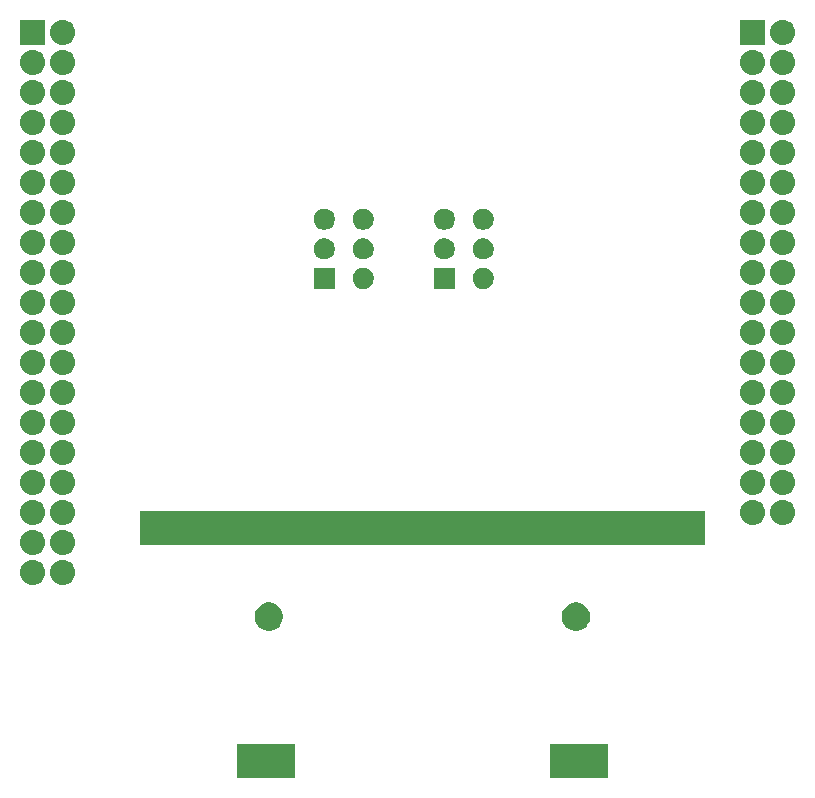
<source format=gts>
G04 #@! TF.GenerationSoftware,KiCad,Pcbnew,5.0.1*
G04 #@! TF.CreationDate,2018-11-27T23:31:16+01:00*
G04 #@! TF.ProjectId,STM_Morpho,53544D5F4D6F7270686F2E6B69636164,rev?*
G04 #@! TF.SameCoordinates,Original*
G04 #@! TF.FileFunction,Soldermask,Top*
G04 #@! TF.FilePolarity,Negative*
%FSLAX46Y46*%
G04 Gerber Fmt 4.6, Leading zero omitted, Abs format (unit mm)*
G04 Created by KiCad (PCBNEW 5.0.1) date Tue 27 Nov 2018 11:31:16 PM CET*
%MOMM*%
%LPD*%
G01*
G04 APERTURE LIST*
%ADD10C,0.100000*%
G04 APERTURE END LIST*
D10*
G36*
X181950000Y-134400000D02*
X177050000Y-134400000D01*
X177050000Y-131500000D01*
X181950000Y-131500000D01*
X181950000Y-134400000D01*
X181950000Y-134400000D01*
G37*
G36*
X155450000Y-134400000D02*
X150550000Y-134400000D01*
X150550000Y-131500000D01*
X155450000Y-131500000D01*
X155450000Y-134400000D01*
X155450000Y-134400000D01*
G37*
G36*
X179600026Y-119546115D02*
X179818412Y-119636573D01*
X180014958Y-119767901D01*
X180182099Y-119935042D01*
X180313427Y-120131588D01*
X180403885Y-120349974D01*
X180450000Y-120581809D01*
X180450000Y-120818191D01*
X180403885Y-121050026D01*
X180313427Y-121268412D01*
X180182099Y-121464958D01*
X180014958Y-121632099D01*
X179818412Y-121763427D01*
X179600026Y-121853885D01*
X179368191Y-121900000D01*
X179131809Y-121900000D01*
X178899974Y-121853885D01*
X178681588Y-121763427D01*
X178485042Y-121632099D01*
X178317901Y-121464958D01*
X178186573Y-121268412D01*
X178096115Y-121050026D01*
X178050000Y-120818191D01*
X178050000Y-120581809D01*
X178096115Y-120349974D01*
X178186573Y-120131588D01*
X178317901Y-119935042D01*
X178485042Y-119767901D01*
X178681588Y-119636573D01*
X178899974Y-119546115D01*
X179131809Y-119500000D01*
X179368191Y-119500000D01*
X179600026Y-119546115D01*
X179600026Y-119546115D01*
G37*
G36*
X153600026Y-119546115D02*
X153818412Y-119636573D01*
X154014958Y-119767901D01*
X154182099Y-119935042D01*
X154313427Y-120131588D01*
X154403885Y-120349974D01*
X154450000Y-120581809D01*
X154450000Y-120818191D01*
X154403885Y-121050026D01*
X154313427Y-121268412D01*
X154182099Y-121464958D01*
X154014958Y-121632099D01*
X153818412Y-121763427D01*
X153600026Y-121853885D01*
X153368191Y-121900000D01*
X153131809Y-121900000D01*
X152899974Y-121853885D01*
X152681588Y-121763427D01*
X152485042Y-121632099D01*
X152317901Y-121464958D01*
X152186573Y-121268412D01*
X152096115Y-121050026D01*
X152050000Y-120818191D01*
X152050000Y-120581809D01*
X152096115Y-120349974D01*
X152186573Y-120131588D01*
X152317901Y-119935042D01*
X152485042Y-119767901D01*
X152681588Y-119636573D01*
X152899974Y-119546115D01*
X153131809Y-119500000D01*
X153368191Y-119500000D01*
X153600026Y-119546115D01*
X153600026Y-119546115D01*
G37*
G36*
X133458503Y-115911789D02*
X133658991Y-115972607D01*
X133843764Y-116071369D01*
X134005718Y-116204282D01*
X134138631Y-116366236D01*
X134237393Y-116551009D01*
X134298211Y-116751497D01*
X134318746Y-116960000D01*
X134298211Y-117168503D01*
X134237393Y-117368991D01*
X134138631Y-117553764D01*
X134005718Y-117715718D01*
X133843764Y-117848631D01*
X133658991Y-117947393D01*
X133458503Y-118008211D01*
X133302251Y-118023600D01*
X133197749Y-118023600D01*
X133041497Y-118008211D01*
X132841009Y-117947393D01*
X132656236Y-117848631D01*
X132494282Y-117715718D01*
X132361369Y-117553764D01*
X132262607Y-117368991D01*
X132201789Y-117168503D01*
X132181254Y-116960000D01*
X132201789Y-116751497D01*
X132262607Y-116551009D01*
X132361369Y-116366236D01*
X132494282Y-116204282D01*
X132656236Y-116071369D01*
X132841009Y-115972607D01*
X133041497Y-115911789D01*
X133197749Y-115896400D01*
X133302251Y-115896400D01*
X133458503Y-115911789D01*
X133458503Y-115911789D01*
G37*
G36*
X135998503Y-115911789D02*
X136198991Y-115972607D01*
X136383764Y-116071369D01*
X136545718Y-116204282D01*
X136678631Y-116366236D01*
X136777393Y-116551009D01*
X136838211Y-116751497D01*
X136858746Y-116960000D01*
X136838211Y-117168503D01*
X136777393Y-117368991D01*
X136678631Y-117553764D01*
X136545718Y-117715718D01*
X136383764Y-117848631D01*
X136198991Y-117947393D01*
X135998503Y-118008211D01*
X135842251Y-118023600D01*
X135737749Y-118023600D01*
X135581497Y-118008211D01*
X135381009Y-117947393D01*
X135196236Y-117848631D01*
X135034282Y-117715718D01*
X134901369Y-117553764D01*
X134802607Y-117368991D01*
X134741789Y-117168503D01*
X134721254Y-116960000D01*
X134741789Y-116751497D01*
X134802607Y-116551009D01*
X134901369Y-116366236D01*
X135034282Y-116204282D01*
X135196236Y-116071369D01*
X135381009Y-115972607D01*
X135581497Y-115911789D01*
X135737749Y-115896400D01*
X135842251Y-115896400D01*
X135998503Y-115911789D01*
X135998503Y-115911789D01*
G37*
G36*
X135998503Y-113371789D02*
X136198991Y-113432607D01*
X136383764Y-113531369D01*
X136545718Y-113664282D01*
X136678631Y-113826236D01*
X136777393Y-114011009D01*
X136838211Y-114211497D01*
X136858746Y-114420000D01*
X136838211Y-114628503D01*
X136777393Y-114828991D01*
X136678631Y-115013764D01*
X136545718Y-115175718D01*
X136383764Y-115308631D01*
X136198991Y-115407393D01*
X135998503Y-115468211D01*
X135842251Y-115483600D01*
X135737749Y-115483600D01*
X135581497Y-115468211D01*
X135381009Y-115407393D01*
X135196236Y-115308631D01*
X135034282Y-115175718D01*
X134901369Y-115013764D01*
X134802607Y-114828991D01*
X134741789Y-114628503D01*
X134721254Y-114420000D01*
X134741789Y-114211497D01*
X134802607Y-114011009D01*
X134901369Y-113826236D01*
X135034282Y-113664282D01*
X135196236Y-113531369D01*
X135381009Y-113432607D01*
X135581497Y-113371789D01*
X135737749Y-113356400D01*
X135842251Y-113356400D01*
X135998503Y-113371789D01*
X135998503Y-113371789D01*
G37*
G36*
X133458503Y-113371789D02*
X133658991Y-113432607D01*
X133843764Y-113531369D01*
X134005718Y-113664282D01*
X134138631Y-113826236D01*
X134237393Y-114011009D01*
X134298211Y-114211497D01*
X134318746Y-114420000D01*
X134298211Y-114628503D01*
X134237393Y-114828991D01*
X134138631Y-115013764D01*
X134005718Y-115175718D01*
X133843764Y-115308631D01*
X133658991Y-115407393D01*
X133458503Y-115468211D01*
X133302251Y-115483600D01*
X133197749Y-115483600D01*
X133041497Y-115468211D01*
X132841009Y-115407393D01*
X132656236Y-115308631D01*
X132494282Y-115175718D01*
X132361369Y-115013764D01*
X132262607Y-114828991D01*
X132201789Y-114628503D01*
X132181254Y-114420000D01*
X132201789Y-114211497D01*
X132262607Y-114011009D01*
X132361369Y-113826236D01*
X132494282Y-113664282D01*
X132656236Y-113531369D01*
X132841009Y-113432607D01*
X133041497Y-113371789D01*
X133197749Y-113356400D01*
X133302251Y-113356400D01*
X133458503Y-113371789D01*
X133458503Y-113371789D01*
G37*
G36*
X190200000Y-114650000D02*
X142300000Y-114650000D01*
X142300000Y-111750000D01*
X190200000Y-111750000D01*
X190200000Y-114650000D01*
X190200000Y-114650000D01*
G37*
G36*
X196958503Y-110831789D02*
X197158991Y-110892607D01*
X197343764Y-110991369D01*
X197505718Y-111124282D01*
X197638631Y-111286236D01*
X197737393Y-111471009D01*
X197798211Y-111671497D01*
X197818746Y-111880000D01*
X197798211Y-112088503D01*
X197737393Y-112288991D01*
X197638631Y-112473764D01*
X197505718Y-112635718D01*
X197343764Y-112768631D01*
X197158991Y-112867393D01*
X196958503Y-112928211D01*
X196802251Y-112943600D01*
X196697749Y-112943600D01*
X196541497Y-112928211D01*
X196341009Y-112867393D01*
X196156236Y-112768631D01*
X195994282Y-112635718D01*
X195861369Y-112473764D01*
X195762607Y-112288991D01*
X195701789Y-112088503D01*
X195681254Y-111880000D01*
X195701789Y-111671497D01*
X195762607Y-111471009D01*
X195861369Y-111286236D01*
X195994282Y-111124282D01*
X196156236Y-110991369D01*
X196341009Y-110892607D01*
X196541497Y-110831789D01*
X196697749Y-110816400D01*
X196802251Y-110816400D01*
X196958503Y-110831789D01*
X196958503Y-110831789D01*
G37*
G36*
X194418503Y-110831789D02*
X194618991Y-110892607D01*
X194803764Y-110991369D01*
X194965718Y-111124282D01*
X195098631Y-111286236D01*
X195197393Y-111471009D01*
X195258211Y-111671497D01*
X195278746Y-111880000D01*
X195258211Y-112088503D01*
X195197393Y-112288991D01*
X195098631Y-112473764D01*
X194965718Y-112635718D01*
X194803764Y-112768631D01*
X194618991Y-112867393D01*
X194418503Y-112928211D01*
X194262251Y-112943600D01*
X194157749Y-112943600D01*
X194001497Y-112928211D01*
X193801009Y-112867393D01*
X193616236Y-112768631D01*
X193454282Y-112635718D01*
X193321369Y-112473764D01*
X193222607Y-112288991D01*
X193161789Y-112088503D01*
X193141254Y-111880000D01*
X193161789Y-111671497D01*
X193222607Y-111471009D01*
X193321369Y-111286236D01*
X193454282Y-111124282D01*
X193616236Y-110991369D01*
X193801009Y-110892607D01*
X194001497Y-110831789D01*
X194157749Y-110816400D01*
X194262251Y-110816400D01*
X194418503Y-110831789D01*
X194418503Y-110831789D01*
G37*
G36*
X135998503Y-110831789D02*
X136198991Y-110892607D01*
X136383764Y-110991369D01*
X136545718Y-111124282D01*
X136678631Y-111286236D01*
X136777393Y-111471009D01*
X136838211Y-111671497D01*
X136858746Y-111880000D01*
X136838211Y-112088503D01*
X136777393Y-112288991D01*
X136678631Y-112473764D01*
X136545718Y-112635718D01*
X136383764Y-112768631D01*
X136198991Y-112867393D01*
X135998503Y-112928211D01*
X135842251Y-112943600D01*
X135737749Y-112943600D01*
X135581497Y-112928211D01*
X135381009Y-112867393D01*
X135196236Y-112768631D01*
X135034282Y-112635718D01*
X134901369Y-112473764D01*
X134802607Y-112288991D01*
X134741789Y-112088503D01*
X134721254Y-111880000D01*
X134741789Y-111671497D01*
X134802607Y-111471009D01*
X134901369Y-111286236D01*
X135034282Y-111124282D01*
X135196236Y-110991369D01*
X135381009Y-110892607D01*
X135581497Y-110831789D01*
X135737749Y-110816400D01*
X135842251Y-110816400D01*
X135998503Y-110831789D01*
X135998503Y-110831789D01*
G37*
G36*
X133458503Y-110831789D02*
X133658991Y-110892607D01*
X133843764Y-110991369D01*
X134005718Y-111124282D01*
X134138631Y-111286236D01*
X134237393Y-111471009D01*
X134298211Y-111671497D01*
X134318746Y-111880000D01*
X134298211Y-112088503D01*
X134237393Y-112288991D01*
X134138631Y-112473764D01*
X134005718Y-112635718D01*
X133843764Y-112768631D01*
X133658991Y-112867393D01*
X133458503Y-112928211D01*
X133302251Y-112943600D01*
X133197749Y-112943600D01*
X133041497Y-112928211D01*
X132841009Y-112867393D01*
X132656236Y-112768631D01*
X132494282Y-112635718D01*
X132361369Y-112473764D01*
X132262607Y-112288991D01*
X132201789Y-112088503D01*
X132181254Y-111880000D01*
X132201789Y-111671497D01*
X132262607Y-111471009D01*
X132361369Y-111286236D01*
X132494282Y-111124282D01*
X132656236Y-110991369D01*
X132841009Y-110892607D01*
X133041497Y-110831789D01*
X133197749Y-110816400D01*
X133302251Y-110816400D01*
X133458503Y-110831789D01*
X133458503Y-110831789D01*
G37*
G36*
X135998503Y-108291789D02*
X136198991Y-108352607D01*
X136383764Y-108451369D01*
X136545718Y-108584282D01*
X136678631Y-108746236D01*
X136777393Y-108931009D01*
X136838211Y-109131497D01*
X136858746Y-109340000D01*
X136838211Y-109548503D01*
X136777393Y-109748991D01*
X136678631Y-109933764D01*
X136545718Y-110095718D01*
X136383764Y-110228631D01*
X136198991Y-110327393D01*
X135998503Y-110388211D01*
X135842251Y-110403600D01*
X135737749Y-110403600D01*
X135581497Y-110388211D01*
X135381009Y-110327393D01*
X135196236Y-110228631D01*
X135034282Y-110095718D01*
X134901369Y-109933764D01*
X134802607Y-109748991D01*
X134741789Y-109548503D01*
X134721254Y-109340000D01*
X134741789Y-109131497D01*
X134802607Y-108931009D01*
X134901369Y-108746236D01*
X135034282Y-108584282D01*
X135196236Y-108451369D01*
X135381009Y-108352607D01*
X135581497Y-108291789D01*
X135737749Y-108276400D01*
X135842251Y-108276400D01*
X135998503Y-108291789D01*
X135998503Y-108291789D01*
G37*
G36*
X133458503Y-108291789D02*
X133658991Y-108352607D01*
X133843764Y-108451369D01*
X134005718Y-108584282D01*
X134138631Y-108746236D01*
X134237393Y-108931009D01*
X134298211Y-109131497D01*
X134318746Y-109340000D01*
X134298211Y-109548503D01*
X134237393Y-109748991D01*
X134138631Y-109933764D01*
X134005718Y-110095718D01*
X133843764Y-110228631D01*
X133658991Y-110327393D01*
X133458503Y-110388211D01*
X133302251Y-110403600D01*
X133197749Y-110403600D01*
X133041497Y-110388211D01*
X132841009Y-110327393D01*
X132656236Y-110228631D01*
X132494282Y-110095718D01*
X132361369Y-109933764D01*
X132262607Y-109748991D01*
X132201789Y-109548503D01*
X132181254Y-109340000D01*
X132201789Y-109131497D01*
X132262607Y-108931009D01*
X132361369Y-108746236D01*
X132494282Y-108584282D01*
X132656236Y-108451369D01*
X132841009Y-108352607D01*
X133041497Y-108291789D01*
X133197749Y-108276400D01*
X133302251Y-108276400D01*
X133458503Y-108291789D01*
X133458503Y-108291789D01*
G37*
G36*
X194418503Y-108291789D02*
X194618991Y-108352607D01*
X194803764Y-108451369D01*
X194965718Y-108584282D01*
X195098631Y-108746236D01*
X195197393Y-108931009D01*
X195258211Y-109131497D01*
X195278746Y-109340000D01*
X195258211Y-109548503D01*
X195197393Y-109748991D01*
X195098631Y-109933764D01*
X194965718Y-110095718D01*
X194803764Y-110228631D01*
X194618991Y-110327393D01*
X194418503Y-110388211D01*
X194262251Y-110403600D01*
X194157749Y-110403600D01*
X194001497Y-110388211D01*
X193801009Y-110327393D01*
X193616236Y-110228631D01*
X193454282Y-110095718D01*
X193321369Y-109933764D01*
X193222607Y-109748991D01*
X193161789Y-109548503D01*
X193141254Y-109340000D01*
X193161789Y-109131497D01*
X193222607Y-108931009D01*
X193321369Y-108746236D01*
X193454282Y-108584282D01*
X193616236Y-108451369D01*
X193801009Y-108352607D01*
X194001497Y-108291789D01*
X194157749Y-108276400D01*
X194262251Y-108276400D01*
X194418503Y-108291789D01*
X194418503Y-108291789D01*
G37*
G36*
X196958503Y-108291789D02*
X197158991Y-108352607D01*
X197343764Y-108451369D01*
X197505718Y-108584282D01*
X197638631Y-108746236D01*
X197737393Y-108931009D01*
X197798211Y-109131497D01*
X197818746Y-109340000D01*
X197798211Y-109548503D01*
X197737393Y-109748991D01*
X197638631Y-109933764D01*
X197505718Y-110095718D01*
X197343764Y-110228631D01*
X197158991Y-110327393D01*
X196958503Y-110388211D01*
X196802251Y-110403600D01*
X196697749Y-110403600D01*
X196541497Y-110388211D01*
X196341009Y-110327393D01*
X196156236Y-110228631D01*
X195994282Y-110095718D01*
X195861369Y-109933764D01*
X195762607Y-109748991D01*
X195701789Y-109548503D01*
X195681254Y-109340000D01*
X195701789Y-109131497D01*
X195762607Y-108931009D01*
X195861369Y-108746236D01*
X195994282Y-108584282D01*
X196156236Y-108451369D01*
X196341009Y-108352607D01*
X196541497Y-108291789D01*
X196697749Y-108276400D01*
X196802251Y-108276400D01*
X196958503Y-108291789D01*
X196958503Y-108291789D01*
G37*
G36*
X133458503Y-105751789D02*
X133658991Y-105812607D01*
X133843764Y-105911369D01*
X134005718Y-106044282D01*
X134138631Y-106206236D01*
X134237393Y-106391009D01*
X134298211Y-106591497D01*
X134318746Y-106800000D01*
X134298211Y-107008503D01*
X134237393Y-107208991D01*
X134138631Y-107393764D01*
X134005718Y-107555718D01*
X133843764Y-107688631D01*
X133658991Y-107787393D01*
X133458503Y-107848211D01*
X133302251Y-107863600D01*
X133197749Y-107863600D01*
X133041497Y-107848211D01*
X132841009Y-107787393D01*
X132656236Y-107688631D01*
X132494282Y-107555718D01*
X132361369Y-107393764D01*
X132262607Y-107208991D01*
X132201789Y-107008503D01*
X132181254Y-106800000D01*
X132201789Y-106591497D01*
X132262607Y-106391009D01*
X132361369Y-106206236D01*
X132494282Y-106044282D01*
X132656236Y-105911369D01*
X132841009Y-105812607D01*
X133041497Y-105751789D01*
X133197749Y-105736400D01*
X133302251Y-105736400D01*
X133458503Y-105751789D01*
X133458503Y-105751789D01*
G37*
G36*
X135998503Y-105751789D02*
X136198991Y-105812607D01*
X136383764Y-105911369D01*
X136545718Y-106044282D01*
X136678631Y-106206236D01*
X136777393Y-106391009D01*
X136838211Y-106591497D01*
X136858746Y-106800000D01*
X136838211Y-107008503D01*
X136777393Y-107208991D01*
X136678631Y-107393764D01*
X136545718Y-107555718D01*
X136383764Y-107688631D01*
X136198991Y-107787393D01*
X135998503Y-107848211D01*
X135842251Y-107863600D01*
X135737749Y-107863600D01*
X135581497Y-107848211D01*
X135381009Y-107787393D01*
X135196236Y-107688631D01*
X135034282Y-107555718D01*
X134901369Y-107393764D01*
X134802607Y-107208991D01*
X134741789Y-107008503D01*
X134721254Y-106800000D01*
X134741789Y-106591497D01*
X134802607Y-106391009D01*
X134901369Y-106206236D01*
X135034282Y-106044282D01*
X135196236Y-105911369D01*
X135381009Y-105812607D01*
X135581497Y-105751789D01*
X135737749Y-105736400D01*
X135842251Y-105736400D01*
X135998503Y-105751789D01*
X135998503Y-105751789D01*
G37*
G36*
X196958503Y-105751789D02*
X197158991Y-105812607D01*
X197343764Y-105911369D01*
X197505718Y-106044282D01*
X197638631Y-106206236D01*
X197737393Y-106391009D01*
X197798211Y-106591497D01*
X197818746Y-106800000D01*
X197798211Y-107008503D01*
X197737393Y-107208991D01*
X197638631Y-107393764D01*
X197505718Y-107555718D01*
X197343764Y-107688631D01*
X197158991Y-107787393D01*
X196958503Y-107848211D01*
X196802251Y-107863600D01*
X196697749Y-107863600D01*
X196541497Y-107848211D01*
X196341009Y-107787393D01*
X196156236Y-107688631D01*
X195994282Y-107555718D01*
X195861369Y-107393764D01*
X195762607Y-107208991D01*
X195701789Y-107008503D01*
X195681254Y-106800000D01*
X195701789Y-106591497D01*
X195762607Y-106391009D01*
X195861369Y-106206236D01*
X195994282Y-106044282D01*
X196156236Y-105911369D01*
X196341009Y-105812607D01*
X196541497Y-105751789D01*
X196697749Y-105736400D01*
X196802251Y-105736400D01*
X196958503Y-105751789D01*
X196958503Y-105751789D01*
G37*
G36*
X194418503Y-105751789D02*
X194618991Y-105812607D01*
X194803764Y-105911369D01*
X194965718Y-106044282D01*
X195098631Y-106206236D01*
X195197393Y-106391009D01*
X195258211Y-106591497D01*
X195278746Y-106800000D01*
X195258211Y-107008503D01*
X195197393Y-107208991D01*
X195098631Y-107393764D01*
X194965718Y-107555718D01*
X194803764Y-107688631D01*
X194618991Y-107787393D01*
X194418503Y-107848211D01*
X194262251Y-107863600D01*
X194157749Y-107863600D01*
X194001497Y-107848211D01*
X193801009Y-107787393D01*
X193616236Y-107688631D01*
X193454282Y-107555718D01*
X193321369Y-107393764D01*
X193222607Y-107208991D01*
X193161789Y-107008503D01*
X193141254Y-106800000D01*
X193161789Y-106591497D01*
X193222607Y-106391009D01*
X193321369Y-106206236D01*
X193454282Y-106044282D01*
X193616236Y-105911369D01*
X193801009Y-105812607D01*
X194001497Y-105751789D01*
X194157749Y-105736400D01*
X194262251Y-105736400D01*
X194418503Y-105751789D01*
X194418503Y-105751789D01*
G37*
G36*
X135998503Y-103211789D02*
X136198991Y-103272607D01*
X136383764Y-103371369D01*
X136545718Y-103504282D01*
X136678631Y-103666236D01*
X136777393Y-103851009D01*
X136838211Y-104051497D01*
X136858746Y-104260000D01*
X136838211Y-104468503D01*
X136777393Y-104668991D01*
X136678631Y-104853764D01*
X136545718Y-105015718D01*
X136383764Y-105148631D01*
X136198991Y-105247393D01*
X135998503Y-105308211D01*
X135842251Y-105323600D01*
X135737749Y-105323600D01*
X135581497Y-105308211D01*
X135381009Y-105247393D01*
X135196236Y-105148631D01*
X135034282Y-105015718D01*
X134901369Y-104853764D01*
X134802607Y-104668991D01*
X134741789Y-104468503D01*
X134721254Y-104260000D01*
X134741789Y-104051497D01*
X134802607Y-103851009D01*
X134901369Y-103666236D01*
X135034282Y-103504282D01*
X135196236Y-103371369D01*
X135381009Y-103272607D01*
X135581497Y-103211789D01*
X135737749Y-103196400D01*
X135842251Y-103196400D01*
X135998503Y-103211789D01*
X135998503Y-103211789D01*
G37*
G36*
X194418503Y-103211789D02*
X194618991Y-103272607D01*
X194803764Y-103371369D01*
X194965718Y-103504282D01*
X195098631Y-103666236D01*
X195197393Y-103851009D01*
X195258211Y-104051497D01*
X195278746Y-104260000D01*
X195258211Y-104468503D01*
X195197393Y-104668991D01*
X195098631Y-104853764D01*
X194965718Y-105015718D01*
X194803764Y-105148631D01*
X194618991Y-105247393D01*
X194418503Y-105308211D01*
X194262251Y-105323600D01*
X194157749Y-105323600D01*
X194001497Y-105308211D01*
X193801009Y-105247393D01*
X193616236Y-105148631D01*
X193454282Y-105015718D01*
X193321369Y-104853764D01*
X193222607Y-104668991D01*
X193161789Y-104468503D01*
X193141254Y-104260000D01*
X193161789Y-104051497D01*
X193222607Y-103851009D01*
X193321369Y-103666236D01*
X193454282Y-103504282D01*
X193616236Y-103371369D01*
X193801009Y-103272607D01*
X194001497Y-103211789D01*
X194157749Y-103196400D01*
X194262251Y-103196400D01*
X194418503Y-103211789D01*
X194418503Y-103211789D01*
G37*
G36*
X133458503Y-103211789D02*
X133658991Y-103272607D01*
X133843764Y-103371369D01*
X134005718Y-103504282D01*
X134138631Y-103666236D01*
X134237393Y-103851009D01*
X134298211Y-104051497D01*
X134318746Y-104260000D01*
X134298211Y-104468503D01*
X134237393Y-104668991D01*
X134138631Y-104853764D01*
X134005718Y-105015718D01*
X133843764Y-105148631D01*
X133658991Y-105247393D01*
X133458503Y-105308211D01*
X133302251Y-105323600D01*
X133197749Y-105323600D01*
X133041497Y-105308211D01*
X132841009Y-105247393D01*
X132656236Y-105148631D01*
X132494282Y-105015718D01*
X132361369Y-104853764D01*
X132262607Y-104668991D01*
X132201789Y-104468503D01*
X132181254Y-104260000D01*
X132201789Y-104051497D01*
X132262607Y-103851009D01*
X132361369Y-103666236D01*
X132494282Y-103504282D01*
X132656236Y-103371369D01*
X132841009Y-103272607D01*
X133041497Y-103211789D01*
X133197749Y-103196400D01*
X133302251Y-103196400D01*
X133458503Y-103211789D01*
X133458503Y-103211789D01*
G37*
G36*
X196958503Y-103211789D02*
X197158991Y-103272607D01*
X197343764Y-103371369D01*
X197505718Y-103504282D01*
X197638631Y-103666236D01*
X197737393Y-103851009D01*
X197798211Y-104051497D01*
X197818746Y-104260000D01*
X197798211Y-104468503D01*
X197737393Y-104668991D01*
X197638631Y-104853764D01*
X197505718Y-105015718D01*
X197343764Y-105148631D01*
X197158991Y-105247393D01*
X196958503Y-105308211D01*
X196802251Y-105323600D01*
X196697749Y-105323600D01*
X196541497Y-105308211D01*
X196341009Y-105247393D01*
X196156236Y-105148631D01*
X195994282Y-105015718D01*
X195861369Y-104853764D01*
X195762607Y-104668991D01*
X195701789Y-104468503D01*
X195681254Y-104260000D01*
X195701789Y-104051497D01*
X195762607Y-103851009D01*
X195861369Y-103666236D01*
X195994282Y-103504282D01*
X196156236Y-103371369D01*
X196341009Y-103272607D01*
X196541497Y-103211789D01*
X196697749Y-103196400D01*
X196802251Y-103196400D01*
X196958503Y-103211789D01*
X196958503Y-103211789D01*
G37*
G36*
X194418503Y-100671789D02*
X194618991Y-100732607D01*
X194803764Y-100831369D01*
X194965718Y-100964282D01*
X195098631Y-101126236D01*
X195197393Y-101311009D01*
X195258211Y-101511497D01*
X195278746Y-101720000D01*
X195258211Y-101928503D01*
X195197393Y-102128991D01*
X195098631Y-102313764D01*
X194965718Y-102475718D01*
X194803764Y-102608631D01*
X194618991Y-102707393D01*
X194418503Y-102768211D01*
X194262251Y-102783600D01*
X194157749Y-102783600D01*
X194001497Y-102768211D01*
X193801009Y-102707393D01*
X193616236Y-102608631D01*
X193454282Y-102475718D01*
X193321369Y-102313764D01*
X193222607Y-102128991D01*
X193161789Y-101928503D01*
X193141254Y-101720000D01*
X193161789Y-101511497D01*
X193222607Y-101311009D01*
X193321369Y-101126236D01*
X193454282Y-100964282D01*
X193616236Y-100831369D01*
X193801009Y-100732607D01*
X194001497Y-100671789D01*
X194157749Y-100656400D01*
X194262251Y-100656400D01*
X194418503Y-100671789D01*
X194418503Y-100671789D01*
G37*
G36*
X196958503Y-100671789D02*
X197158991Y-100732607D01*
X197343764Y-100831369D01*
X197505718Y-100964282D01*
X197638631Y-101126236D01*
X197737393Y-101311009D01*
X197798211Y-101511497D01*
X197818746Y-101720000D01*
X197798211Y-101928503D01*
X197737393Y-102128991D01*
X197638631Y-102313764D01*
X197505718Y-102475718D01*
X197343764Y-102608631D01*
X197158991Y-102707393D01*
X196958503Y-102768211D01*
X196802251Y-102783600D01*
X196697749Y-102783600D01*
X196541497Y-102768211D01*
X196341009Y-102707393D01*
X196156236Y-102608631D01*
X195994282Y-102475718D01*
X195861369Y-102313764D01*
X195762607Y-102128991D01*
X195701789Y-101928503D01*
X195681254Y-101720000D01*
X195701789Y-101511497D01*
X195762607Y-101311009D01*
X195861369Y-101126236D01*
X195994282Y-100964282D01*
X196156236Y-100831369D01*
X196341009Y-100732607D01*
X196541497Y-100671789D01*
X196697749Y-100656400D01*
X196802251Y-100656400D01*
X196958503Y-100671789D01*
X196958503Y-100671789D01*
G37*
G36*
X133458503Y-100671789D02*
X133658991Y-100732607D01*
X133843764Y-100831369D01*
X134005718Y-100964282D01*
X134138631Y-101126236D01*
X134237393Y-101311009D01*
X134298211Y-101511497D01*
X134318746Y-101720000D01*
X134298211Y-101928503D01*
X134237393Y-102128991D01*
X134138631Y-102313764D01*
X134005718Y-102475718D01*
X133843764Y-102608631D01*
X133658991Y-102707393D01*
X133458503Y-102768211D01*
X133302251Y-102783600D01*
X133197749Y-102783600D01*
X133041497Y-102768211D01*
X132841009Y-102707393D01*
X132656236Y-102608631D01*
X132494282Y-102475718D01*
X132361369Y-102313764D01*
X132262607Y-102128991D01*
X132201789Y-101928503D01*
X132181254Y-101720000D01*
X132201789Y-101511497D01*
X132262607Y-101311009D01*
X132361369Y-101126236D01*
X132494282Y-100964282D01*
X132656236Y-100831369D01*
X132841009Y-100732607D01*
X133041497Y-100671789D01*
X133197749Y-100656400D01*
X133302251Y-100656400D01*
X133458503Y-100671789D01*
X133458503Y-100671789D01*
G37*
G36*
X135998503Y-100671789D02*
X136198991Y-100732607D01*
X136383764Y-100831369D01*
X136545718Y-100964282D01*
X136678631Y-101126236D01*
X136777393Y-101311009D01*
X136838211Y-101511497D01*
X136858746Y-101720000D01*
X136838211Y-101928503D01*
X136777393Y-102128991D01*
X136678631Y-102313764D01*
X136545718Y-102475718D01*
X136383764Y-102608631D01*
X136198991Y-102707393D01*
X135998503Y-102768211D01*
X135842251Y-102783600D01*
X135737749Y-102783600D01*
X135581497Y-102768211D01*
X135381009Y-102707393D01*
X135196236Y-102608631D01*
X135034282Y-102475718D01*
X134901369Y-102313764D01*
X134802607Y-102128991D01*
X134741789Y-101928503D01*
X134721254Y-101720000D01*
X134741789Y-101511497D01*
X134802607Y-101311009D01*
X134901369Y-101126236D01*
X135034282Y-100964282D01*
X135196236Y-100831369D01*
X135381009Y-100732607D01*
X135581497Y-100671789D01*
X135737749Y-100656400D01*
X135842251Y-100656400D01*
X135998503Y-100671789D01*
X135998503Y-100671789D01*
G37*
G36*
X194418503Y-98131789D02*
X194618991Y-98192607D01*
X194803764Y-98291369D01*
X194965718Y-98424282D01*
X195098631Y-98586236D01*
X195197393Y-98771009D01*
X195258211Y-98971497D01*
X195278746Y-99180000D01*
X195258211Y-99388503D01*
X195197393Y-99588991D01*
X195098631Y-99773764D01*
X194965718Y-99935718D01*
X194803764Y-100068631D01*
X194618991Y-100167393D01*
X194418503Y-100228211D01*
X194262251Y-100243600D01*
X194157749Y-100243600D01*
X194001497Y-100228211D01*
X193801009Y-100167393D01*
X193616236Y-100068631D01*
X193454282Y-99935718D01*
X193321369Y-99773764D01*
X193222607Y-99588991D01*
X193161789Y-99388503D01*
X193141254Y-99180000D01*
X193161789Y-98971497D01*
X193222607Y-98771009D01*
X193321369Y-98586236D01*
X193454282Y-98424282D01*
X193616236Y-98291369D01*
X193801009Y-98192607D01*
X194001497Y-98131789D01*
X194157749Y-98116400D01*
X194262251Y-98116400D01*
X194418503Y-98131789D01*
X194418503Y-98131789D01*
G37*
G36*
X135998503Y-98131789D02*
X136198991Y-98192607D01*
X136383764Y-98291369D01*
X136545718Y-98424282D01*
X136678631Y-98586236D01*
X136777393Y-98771009D01*
X136838211Y-98971497D01*
X136858746Y-99180000D01*
X136838211Y-99388503D01*
X136777393Y-99588991D01*
X136678631Y-99773764D01*
X136545718Y-99935718D01*
X136383764Y-100068631D01*
X136198991Y-100167393D01*
X135998503Y-100228211D01*
X135842251Y-100243600D01*
X135737749Y-100243600D01*
X135581497Y-100228211D01*
X135381009Y-100167393D01*
X135196236Y-100068631D01*
X135034282Y-99935718D01*
X134901369Y-99773764D01*
X134802607Y-99588991D01*
X134741789Y-99388503D01*
X134721254Y-99180000D01*
X134741789Y-98971497D01*
X134802607Y-98771009D01*
X134901369Y-98586236D01*
X135034282Y-98424282D01*
X135196236Y-98291369D01*
X135381009Y-98192607D01*
X135581497Y-98131789D01*
X135737749Y-98116400D01*
X135842251Y-98116400D01*
X135998503Y-98131789D01*
X135998503Y-98131789D01*
G37*
G36*
X133458503Y-98131789D02*
X133658991Y-98192607D01*
X133843764Y-98291369D01*
X134005718Y-98424282D01*
X134138631Y-98586236D01*
X134237393Y-98771009D01*
X134298211Y-98971497D01*
X134318746Y-99180000D01*
X134298211Y-99388503D01*
X134237393Y-99588991D01*
X134138631Y-99773764D01*
X134005718Y-99935718D01*
X133843764Y-100068631D01*
X133658991Y-100167393D01*
X133458503Y-100228211D01*
X133302251Y-100243600D01*
X133197749Y-100243600D01*
X133041497Y-100228211D01*
X132841009Y-100167393D01*
X132656236Y-100068631D01*
X132494282Y-99935718D01*
X132361369Y-99773764D01*
X132262607Y-99588991D01*
X132201789Y-99388503D01*
X132181254Y-99180000D01*
X132201789Y-98971497D01*
X132262607Y-98771009D01*
X132361369Y-98586236D01*
X132494282Y-98424282D01*
X132656236Y-98291369D01*
X132841009Y-98192607D01*
X133041497Y-98131789D01*
X133197749Y-98116400D01*
X133302251Y-98116400D01*
X133458503Y-98131789D01*
X133458503Y-98131789D01*
G37*
G36*
X196958503Y-98131789D02*
X197158991Y-98192607D01*
X197343764Y-98291369D01*
X197505718Y-98424282D01*
X197638631Y-98586236D01*
X197737393Y-98771009D01*
X197798211Y-98971497D01*
X197818746Y-99180000D01*
X197798211Y-99388503D01*
X197737393Y-99588991D01*
X197638631Y-99773764D01*
X197505718Y-99935718D01*
X197343764Y-100068631D01*
X197158991Y-100167393D01*
X196958503Y-100228211D01*
X196802251Y-100243600D01*
X196697749Y-100243600D01*
X196541497Y-100228211D01*
X196341009Y-100167393D01*
X196156236Y-100068631D01*
X195994282Y-99935718D01*
X195861369Y-99773764D01*
X195762607Y-99588991D01*
X195701789Y-99388503D01*
X195681254Y-99180000D01*
X195701789Y-98971497D01*
X195762607Y-98771009D01*
X195861369Y-98586236D01*
X195994282Y-98424282D01*
X196156236Y-98291369D01*
X196341009Y-98192607D01*
X196541497Y-98131789D01*
X196697749Y-98116400D01*
X196802251Y-98116400D01*
X196958503Y-98131789D01*
X196958503Y-98131789D01*
G37*
G36*
X196958503Y-95591789D02*
X197158991Y-95652607D01*
X197343764Y-95751369D01*
X197505718Y-95884282D01*
X197638631Y-96046236D01*
X197737393Y-96231009D01*
X197798211Y-96431497D01*
X197818746Y-96640000D01*
X197798211Y-96848503D01*
X197737393Y-97048991D01*
X197638631Y-97233764D01*
X197505718Y-97395718D01*
X197343764Y-97528631D01*
X197158991Y-97627393D01*
X196958503Y-97688211D01*
X196802251Y-97703600D01*
X196697749Y-97703600D01*
X196541497Y-97688211D01*
X196341009Y-97627393D01*
X196156236Y-97528631D01*
X195994282Y-97395718D01*
X195861369Y-97233764D01*
X195762607Y-97048991D01*
X195701789Y-96848503D01*
X195681254Y-96640000D01*
X195701789Y-96431497D01*
X195762607Y-96231009D01*
X195861369Y-96046236D01*
X195994282Y-95884282D01*
X196156236Y-95751369D01*
X196341009Y-95652607D01*
X196541497Y-95591789D01*
X196697749Y-95576400D01*
X196802251Y-95576400D01*
X196958503Y-95591789D01*
X196958503Y-95591789D01*
G37*
G36*
X135998503Y-95591789D02*
X136198991Y-95652607D01*
X136383764Y-95751369D01*
X136545718Y-95884282D01*
X136678631Y-96046236D01*
X136777393Y-96231009D01*
X136838211Y-96431497D01*
X136858746Y-96640000D01*
X136838211Y-96848503D01*
X136777393Y-97048991D01*
X136678631Y-97233764D01*
X136545718Y-97395718D01*
X136383764Y-97528631D01*
X136198991Y-97627393D01*
X135998503Y-97688211D01*
X135842251Y-97703600D01*
X135737749Y-97703600D01*
X135581497Y-97688211D01*
X135381009Y-97627393D01*
X135196236Y-97528631D01*
X135034282Y-97395718D01*
X134901369Y-97233764D01*
X134802607Y-97048991D01*
X134741789Y-96848503D01*
X134721254Y-96640000D01*
X134741789Y-96431497D01*
X134802607Y-96231009D01*
X134901369Y-96046236D01*
X135034282Y-95884282D01*
X135196236Y-95751369D01*
X135381009Y-95652607D01*
X135581497Y-95591789D01*
X135737749Y-95576400D01*
X135842251Y-95576400D01*
X135998503Y-95591789D01*
X135998503Y-95591789D01*
G37*
G36*
X133458503Y-95591789D02*
X133658991Y-95652607D01*
X133843764Y-95751369D01*
X134005718Y-95884282D01*
X134138631Y-96046236D01*
X134237393Y-96231009D01*
X134298211Y-96431497D01*
X134318746Y-96640000D01*
X134298211Y-96848503D01*
X134237393Y-97048991D01*
X134138631Y-97233764D01*
X134005718Y-97395718D01*
X133843764Y-97528631D01*
X133658991Y-97627393D01*
X133458503Y-97688211D01*
X133302251Y-97703600D01*
X133197749Y-97703600D01*
X133041497Y-97688211D01*
X132841009Y-97627393D01*
X132656236Y-97528631D01*
X132494282Y-97395718D01*
X132361369Y-97233764D01*
X132262607Y-97048991D01*
X132201789Y-96848503D01*
X132181254Y-96640000D01*
X132201789Y-96431497D01*
X132262607Y-96231009D01*
X132361369Y-96046236D01*
X132494282Y-95884282D01*
X132656236Y-95751369D01*
X132841009Y-95652607D01*
X133041497Y-95591789D01*
X133197749Y-95576400D01*
X133302251Y-95576400D01*
X133458503Y-95591789D01*
X133458503Y-95591789D01*
G37*
G36*
X194418503Y-95591789D02*
X194618991Y-95652607D01*
X194803764Y-95751369D01*
X194965718Y-95884282D01*
X195098631Y-96046236D01*
X195197393Y-96231009D01*
X195258211Y-96431497D01*
X195278746Y-96640000D01*
X195258211Y-96848503D01*
X195197393Y-97048991D01*
X195098631Y-97233764D01*
X194965718Y-97395718D01*
X194803764Y-97528631D01*
X194618991Y-97627393D01*
X194418503Y-97688211D01*
X194262251Y-97703600D01*
X194157749Y-97703600D01*
X194001497Y-97688211D01*
X193801009Y-97627393D01*
X193616236Y-97528631D01*
X193454282Y-97395718D01*
X193321369Y-97233764D01*
X193222607Y-97048991D01*
X193161789Y-96848503D01*
X193141254Y-96640000D01*
X193161789Y-96431497D01*
X193222607Y-96231009D01*
X193321369Y-96046236D01*
X193454282Y-95884282D01*
X193616236Y-95751369D01*
X193801009Y-95652607D01*
X194001497Y-95591789D01*
X194157749Y-95576400D01*
X194262251Y-95576400D01*
X194418503Y-95591789D01*
X194418503Y-95591789D01*
G37*
G36*
X135998503Y-93051789D02*
X136198991Y-93112607D01*
X136383764Y-93211369D01*
X136545718Y-93344282D01*
X136678631Y-93506236D01*
X136777393Y-93691009D01*
X136838211Y-93891497D01*
X136858746Y-94100000D01*
X136838211Y-94308503D01*
X136777393Y-94508991D01*
X136678631Y-94693764D01*
X136545718Y-94855718D01*
X136383764Y-94988631D01*
X136198991Y-95087393D01*
X135998503Y-95148211D01*
X135842251Y-95163600D01*
X135737749Y-95163600D01*
X135581497Y-95148211D01*
X135381009Y-95087393D01*
X135196236Y-94988631D01*
X135034282Y-94855718D01*
X134901369Y-94693764D01*
X134802607Y-94508991D01*
X134741789Y-94308503D01*
X134721254Y-94100000D01*
X134741789Y-93891497D01*
X134802607Y-93691009D01*
X134901369Y-93506236D01*
X135034282Y-93344282D01*
X135196236Y-93211369D01*
X135381009Y-93112607D01*
X135581497Y-93051789D01*
X135737749Y-93036400D01*
X135842251Y-93036400D01*
X135998503Y-93051789D01*
X135998503Y-93051789D01*
G37*
G36*
X196958503Y-93051789D02*
X197158991Y-93112607D01*
X197343764Y-93211369D01*
X197505718Y-93344282D01*
X197638631Y-93506236D01*
X197737393Y-93691009D01*
X197798211Y-93891497D01*
X197818746Y-94100000D01*
X197798211Y-94308503D01*
X197737393Y-94508991D01*
X197638631Y-94693764D01*
X197505718Y-94855718D01*
X197343764Y-94988631D01*
X197158991Y-95087393D01*
X196958503Y-95148211D01*
X196802251Y-95163600D01*
X196697749Y-95163600D01*
X196541497Y-95148211D01*
X196341009Y-95087393D01*
X196156236Y-94988631D01*
X195994282Y-94855718D01*
X195861369Y-94693764D01*
X195762607Y-94508991D01*
X195701789Y-94308503D01*
X195681254Y-94100000D01*
X195701789Y-93891497D01*
X195762607Y-93691009D01*
X195861369Y-93506236D01*
X195994282Y-93344282D01*
X196156236Y-93211369D01*
X196341009Y-93112607D01*
X196541497Y-93051789D01*
X196697749Y-93036400D01*
X196802251Y-93036400D01*
X196958503Y-93051789D01*
X196958503Y-93051789D01*
G37*
G36*
X133458503Y-93051789D02*
X133658991Y-93112607D01*
X133843764Y-93211369D01*
X134005718Y-93344282D01*
X134138631Y-93506236D01*
X134237393Y-93691009D01*
X134298211Y-93891497D01*
X134318746Y-94100000D01*
X134298211Y-94308503D01*
X134237393Y-94508991D01*
X134138631Y-94693764D01*
X134005718Y-94855718D01*
X133843764Y-94988631D01*
X133658991Y-95087393D01*
X133458503Y-95148211D01*
X133302251Y-95163600D01*
X133197749Y-95163600D01*
X133041497Y-95148211D01*
X132841009Y-95087393D01*
X132656236Y-94988631D01*
X132494282Y-94855718D01*
X132361369Y-94693764D01*
X132262607Y-94508991D01*
X132201789Y-94308503D01*
X132181254Y-94100000D01*
X132201789Y-93891497D01*
X132262607Y-93691009D01*
X132361369Y-93506236D01*
X132494282Y-93344282D01*
X132656236Y-93211369D01*
X132841009Y-93112607D01*
X133041497Y-93051789D01*
X133197749Y-93036400D01*
X133302251Y-93036400D01*
X133458503Y-93051789D01*
X133458503Y-93051789D01*
G37*
G36*
X194418503Y-93051789D02*
X194618991Y-93112607D01*
X194803764Y-93211369D01*
X194965718Y-93344282D01*
X195098631Y-93506236D01*
X195197393Y-93691009D01*
X195258211Y-93891497D01*
X195278746Y-94100000D01*
X195258211Y-94308503D01*
X195197393Y-94508991D01*
X195098631Y-94693764D01*
X194965718Y-94855718D01*
X194803764Y-94988631D01*
X194618991Y-95087393D01*
X194418503Y-95148211D01*
X194262251Y-95163600D01*
X194157749Y-95163600D01*
X194001497Y-95148211D01*
X193801009Y-95087393D01*
X193616236Y-94988631D01*
X193454282Y-94855718D01*
X193321369Y-94693764D01*
X193222607Y-94508991D01*
X193161789Y-94308503D01*
X193141254Y-94100000D01*
X193161789Y-93891497D01*
X193222607Y-93691009D01*
X193321369Y-93506236D01*
X193454282Y-93344282D01*
X193616236Y-93211369D01*
X193801009Y-93112607D01*
X194001497Y-93051789D01*
X194157749Y-93036400D01*
X194262251Y-93036400D01*
X194418503Y-93051789D01*
X194418503Y-93051789D01*
G37*
G36*
X171662521Y-91194586D02*
X171826309Y-91262429D01*
X171973720Y-91360926D01*
X172099074Y-91486280D01*
X172197571Y-91633691D01*
X172265414Y-91797479D01*
X172300000Y-91971356D01*
X172300000Y-92148644D01*
X172265414Y-92322521D01*
X172197571Y-92486309D01*
X172099074Y-92633720D01*
X171973720Y-92759074D01*
X171826309Y-92857571D01*
X171662521Y-92925414D01*
X171488644Y-92960000D01*
X171311356Y-92960000D01*
X171137479Y-92925414D01*
X170973691Y-92857571D01*
X170826280Y-92759074D01*
X170700926Y-92633720D01*
X170602429Y-92486309D01*
X170534586Y-92322521D01*
X170500000Y-92148644D01*
X170500000Y-91971356D01*
X170534586Y-91797479D01*
X170602429Y-91633691D01*
X170700926Y-91486280D01*
X170826280Y-91360926D01*
X170973691Y-91262429D01*
X171137479Y-91194586D01*
X171311356Y-91160000D01*
X171488644Y-91160000D01*
X171662521Y-91194586D01*
X171662521Y-91194586D01*
G37*
G36*
X169000000Y-92960000D02*
X167200000Y-92960000D01*
X167200000Y-91160000D01*
X169000000Y-91160000D01*
X169000000Y-92960000D01*
X169000000Y-92960000D01*
G37*
G36*
X158840000Y-92960000D02*
X157040000Y-92960000D01*
X157040000Y-91160000D01*
X158840000Y-91160000D01*
X158840000Y-92960000D01*
X158840000Y-92960000D01*
G37*
G36*
X161502521Y-91194586D02*
X161666309Y-91262429D01*
X161813720Y-91360926D01*
X161939074Y-91486280D01*
X162037571Y-91633691D01*
X162105414Y-91797479D01*
X162140000Y-91971356D01*
X162140000Y-92148644D01*
X162105414Y-92322521D01*
X162037571Y-92486309D01*
X161939074Y-92633720D01*
X161813720Y-92759074D01*
X161666309Y-92857571D01*
X161502521Y-92925414D01*
X161328644Y-92960000D01*
X161151356Y-92960000D01*
X160977479Y-92925414D01*
X160813691Y-92857571D01*
X160666280Y-92759074D01*
X160540926Y-92633720D01*
X160442429Y-92486309D01*
X160374586Y-92322521D01*
X160340000Y-92148644D01*
X160340000Y-91971356D01*
X160374586Y-91797479D01*
X160442429Y-91633691D01*
X160540926Y-91486280D01*
X160666280Y-91360926D01*
X160813691Y-91262429D01*
X160977479Y-91194586D01*
X161151356Y-91160000D01*
X161328644Y-91160000D01*
X161502521Y-91194586D01*
X161502521Y-91194586D01*
G37*
G36*
X194418503Y-90511789D02*
X194618991Y-90572607D01*
X194803764Y-90671369D01*
X194965718Y-90804282D01*
X195098631Y-90966236D01*
X195197393Y-91151009D01*
X195258211Y-91351497D01*
X195278746Y-91560000D01*
X195258211Y-91768503D01*
X195197393Y-91968991D01*
X195098631Y-92153764D01*
X194965718Y-92315718D01*
X194803764Y-92448631D01*
X194618991Y-92547393D01*
X194418503Y-92608211D01*
X194262251Y-92623600D01*
X194157749Y-92623600D01*
X194001497Y-92608211D01*
X193801009Y-92547393D01*
X193616236Y-92448631D01*
X193454282Y-92315718D01*
X193321369Y-92153764D01*
X193222607Y-91968991D01*
X193161789Y-91768503D01*
X193141254Y-91560000D01*
X193161789Y-91351497D01*
X193222607Y-91151009D01*
X193321369Y-90966236D01*
X193454282Y-90804282D01*
X193616236Y-90671369D01*
X193801009Y-90572607D01*
X194001497Y-90511789D01*
X194157749Y-90496400D01*
X194262251Y-90496400D01*
X194418503Y-90511789D01*
X194418503Y-90511789D01*
G37*
G36*
X135998503Y-90511789D02*
X136198991Y-90572607D01*
X136383764Y-90671369D01*
X136545718Y-90804282D01*
X136678631Y-90966236D01*
X136777393Y-91151009D01*
X136838211Y-91351497D01*
X136858746Y-91560000D01*
X136838211Y-91768503D01*
X136777393Y-91968991D01*
X136678631Y-92153764D01*
X136545718Y-92315718D01*
X136383764Y-92448631D01*
X136198991Y-92547393D01*
X135998503Y-92608211D01*
X135842251Y-92623600D01*
X135737749Y-92623600D01*
X135581497Y-92608211D01*
X135381009Y-92547393D01*
X135196236Y-92448631D01*
X135034282Y-92315718D01*
X134901369Y-92153764D01*
X134802607Y-91968991D01*
X134741789Y-91768503D01*
X134721254Y-91560000D01*
X134741789Y-91351497D01*
X134802607Y-91151009D01*
X134901369Y-90966236D01*
X135034282Y-90804282D01*
X135196236Y-90671369D01*
X135381009Y-90572607D01*
X135581497Y-90511789D01*
X135737749Y-90496400D01*
X135842251Y-90496400D01*
X135998503Y-90511789D01*
X135998503Y-90511789D01*
G37*
G36*
X133458503Y-90511789D02*
X133658991Y-90572607D01*
X133843764Y-90671369D01*
X134005718Y-90804282D01*
X134138631Y-90966236D01*
X134237393Y-91151009D01*
X134298211Y-91351497D01*
X134318746Y-91560000D01*
X134298211Y-91768503D01*
X134237393Y-91968991D01*
X134138631Y-92153764D01*
X134005718Y-92315718D01*
X133843764Y-92448631D01*
X133658991Y-92547393D01*
X133458503Y-92608211D01*
X133302251Y-92623600D01*
X133197749Y-92623600D01*
X133041497Y-92608211D01*
X132841009Y-92547393D01*
X132656236Y-92448631D01*
X132494282Y-92315718D01*
X132361369Y-92153764D01*
X132262607Y-91968991D01*
X132201789Y-91768503D01*
X132181254Y-91560000D01*
X132201789Y-91351497D01*
X132262607Y-91151009D01*
X132361369Y-90966236D01*
X132494282Y-90804282D01*
X132656236Y-90671369D01*
X132841009Y-90572607D01*
X133041497Y-90511789D01*
X133197749Y-90496400D01*
X133302251Y-90496400D01*
X133458503Y-90511789D01*
X133458503Y-90511789D01*
G37*
G36*
X196958503Y-90511789D02*
X197158991Y-90572607D01*
X197343764Y-90671369D01*
X197505718Y-90804282D01*
X197638631Y-90966236D01*
X197737393Y-91151009D01*
X197798211Y-91351497D01*
X197818746Y-91560000D01*
X197798211Y-91768503D01*
X197737393Y-91968991D01*
X197638631Y-92153764D01*
X197505718Y-92315718D01*
X197343764Y-92448631D01*
X197158991Y-92547393D01*
X196958503Y-92608211D01*
X196802251Y-92623600D01*
X196697749Y-92623600D01*
X196541497Y-92608211D01*
X196341009Y-92547393D01*
X196156236Y-92448631D01*
X195994282Y-92315718D01*
X195861369Y-92153764D01*
X195762607Y-91968991D01*
X195701789Y-91768503D01*
X195681254Y-91560000D01*
X195701789Y-91351497D01*
X195762607Y-91151009D01*
X195861369Y-90966236D01*
X195994282Y-90804282D01*
X196156236Y-90671369D01*
X196341009Y-90572607D01*
X196541497Y-90511789D01*
X196697749Y-90496400D01*
X196802251Y-90496400D01*
X196958503Y-90511789D01*
X196958503Y-90511789D01*
G37*
G36*
X171662521Y-88694586D02*
X171826309Y-88762429D01*
X171973720Y-88860926D01*
X172099074Y-88986280D01*
X172197571Y-89133691D01*
X172265414Y-89297479D01*
X172300000Y-89471356D01*
X172300000Y-89648644D01*
X172265414Y-89822521D01*
X172197571Y-89986309D01*
X172099074Y-90133720D01*
X171973720Y-90259074D01*
X171826309Y-90357571D01*
X171662521Y-90425414D01*
X171488644Y-90460000D01*
X171311356Y-90460000D01*
X171137479Y-90425414D01*
X170973691Y-90357571D01*
X170826280Y-90259074D01*
X170700926Y-90133720D01*
X170602429Y-89986309D01*
X170534586Y-89822521D01*
X170500000Y-89648644D01*
X170500000Y-89471356D01*
X170534586Y-89297479D01*
X170602429Y-89133691D01*
X170700926Y-88986280D01*
X170826280Y-88860926D01*
X170973691Y-88762429D01*
X171137479Y-88694586D01*
X171311356Y-88660000D01*
X171488644Y-88660000D01*
X171662521Y-88694586D01*
X171662521Y-88694586D01*
G37*
G36*
X158202521Y-88694586D02*
X158366309Y-88762429D01*
X158513720Y-88860926D01*
X158639074Y-88986280D01*
X158737571Y-89133691D01*
X158805414Y-89297479D01*
X158840000Y-89471356D01*
X158840000Y-89648644D01*
X158805414Y-89822521D01*
X158737571Y-89986309D01*
X158639074Y-90133720D01*
X158513720Y-90259074D01*
X158366309Y-90357571D01*
X158202521Y-90425414D01*
X158028644Y-90460000D01*
X157851356Y-90460000D01*
X157677479Y-90425414D01*
X157513691Y-90357571D01*
X157366280Y-90259074D01*
X157240926Y-90133720D01*
X157142429Y-89986309D01*
X157074586Y-89822521D01*
X157040000Y-89648644D01*
X157040000Y-89471356D01*
X157074586Y-89297479D01*
X157142429Y-89133691D01*
X157240926Y-88986280D01*
X157366280Y-88860926D01*
X157513691Y-88762429D01*
X157677479Y-88694586D01*
X157851356Y-88660000D01*
X158028644Y-88660000D01*
X158202521Y-88694586D01*
X158202521Y-88694586D01*
G37*
G36*
X161502521Y-88694586D02*
X161666309Y-88762429D01*
X161813720Y-88860926D01*
X161939074Y-88986280D01*
X162037571Y-89133691D01*
X162105414Y-89297479D01*
X162140000Y-89471356D01*
X162140000Y-89648644D01*
X162105414Y-89822521D01*
X162037571Y-89986309D01*
X161939074Y-90133720D01*
X161813720Y-90259074D01*
X161666309Y-90357571D01*
X161502521Y-90425414D01*
X161328644Y-90460000D01*
X161151356Y-90460000D01*
X160977479Y-90425414D01*
X160813691Y-90357571D01*
X160666280Y-90259074D01*
X160540926Y-90133720D01*
X160442429Y-89986309D01*
X160374586Y-89822521D01*
X160340000Y-89648644D01*
X160340000Y-89471356D01*
X160374586Y-89297479D01*
X160442429Y-89133691D01*
X160540926Y-88986280D01*
X160666280Y-88860926D01*
X160813691Y-88762429D01*
X160977479Y-88694586D01*
X161151356Y-88660000D01*
X161328644Y-88660000D01*
X161502521Y-88694586D01*
X161502521Y-88694586D01*
G37*
G36*
X168362521Y-88694586D02*
X168526309Y-88762429D01*
X168673720Y-88860926D01*
X168799074Y-88986280D01*
X168897571Y-89133691D01*
X168965414Y-89297479D01*
X169000000Y-89471356D01*
X169000000Y-89648644D01*
X168965414Y-89822521D01*
X168897571Y-89986309D01*
X168799074Y-90133720D01*
X168673720Y-90259074D01*
X168526309Y-90357571D01*
X168362521Y-90425414D01*
X168188644Y-90460000D01*
X168011356Y-90460000D01*
X167837479Y-90425414D01*
X167673691Y-90357571D01*
X167526280Y-90259074D01*
X167400926Y-90133720D01*
X167302429Y-89986309D01*
X167234586Y-89822521D01*
X167200000Y-89648644D01*
X167200000Y-89471356D01*
X167234586Y-89297479D01*
X167302429Y-89133691D01*
X167400926Y-88986280D01*
X167526280Y-88860926D01*
X167673691Y-88762429D01*
X167837479Y-88694586D01*
X168011356Y-88660000D01*
X168188644Y-88660000D01*
X168362521Y-88694586D01*
X168362521Y-88694586D01*
G37*
G36*
X194418503Y-87971789D02*
X194618991Y-88032607D01*
X194803764Y-88131369D01*
X194965718Y-88264282D01*
X195098631Y-88426236D01*
X195197393Y-88611009D01*
X195258211Y-88811497D01*
X195278746Y-89020000D01*
X195258211Y-89228503D01*
X195197393Y-89428991D01*
X195098631Y-89613764D01*
X194965718Y-89775718D01*
X194803764Y-89908631D01*
X194618991Y-90007393D01*
X194418503Y-90068211D01*
X194262251Y-90083600D01*
X194157749Y-90083600D01*
X194001497Y-90068211D01*
X193801009Y-90007393D01*
X193616236Y-89908631D01*
X193454282Y-89775718D01*
X193321369Y-89613764D01*
X193222607Y-89428991D01*
X193161789Y-89228503D01*
X193141254Y-89020000D01*
X193161789Y-88811497D01*
X193222607Y-88611009D01*
X193321369Y-88426236D01*
X193454282Y-88264282D01*
X193616236Y-88131369D01*
X193801009Y-88032607D01*
X194001497Y-87971789D01*
X194157749Y-87956400D01*
X194262251Y-87956400D01*
X194418503Y-87971789D01*
X194418503Y-87971789D01*
G37*
G36*
X196958503Y-87971789D02*
X197158991Y-88032607D01*
X197343764Y-88131369D01*
X197505718Y-88264282D01*
X197638631Y-88426236D01*
X197737393Y-88611009D01*
X197798211Y-88811497D01*
X197818746Y-89020000D01*
X197798211Y-89228503D01*
X197737393Y-89428991D01*
X197638631Y-89613764D01*
X197505718Y-89775718D01*
X197343764Y-89908631D01*
X197158991Y-90007393D01*
X196958503Y-90068211D01*
X196802251Y-90083600D01*
X196697749Y-90083600D01*
X196541497Y-90068211D01*
X196341009Y-90007393D01*
X196156236Y-89908631D01*
X195994282Y-89775718D01*
X195861369Y-89613764D01*
X195762607Y-89428991D01*
X195701789Y-89228503D01*
X195681254Y-89020000D01*
X195701789Y-88811497D01*
X195762607Y-88611009D01*
X195861369Y-88426236D01*
X195994282Y-88264282D01*
X196156236Y-88131369D01*
X196341009Y-88032607D01*
X196541497Y-87971789D01*
X196697749Y-87956400D01*
X196802251Y-87956400D01*
X196958503Y-87971789D01*
X196958503Y-87971789D01*
G37*
G36*
X135998503Y-87971789D02*
X136198991Y-88032607D01*
X136383764Y-88131369D01*
X136545718Y-88264282D01*
X136678631Y-88426236D01*
X136777393Y-88611009D01*
X136838211Y-88811497D01*
X136858746Y-89020000D01*
X136838211Y-89228503D01*
X136777393Y-89428991D01*
X136678631Y-89613764D01*
X136545718Y-89775718D01*
X136383764Y-89908631D01*
X136198991Y-90007393D01*
X135998503Y-90068211D01*
X135842251Y-90083600D01*
X135737749Y-90083600D01*
X135581497Y-90068211D01*
X135381009Y-90007393D01*
X135196236Y-89908631D01*
X135034282Y-89775718D01*
X134901369Y-89613764D01*
X134802607Y-89428991D01*
X134741789Y-89228503D01*
X134721254Y-89020000D01*
X134741789Y-88811497D01*
X134802607Y-88611009D01*
X134901369Y-88426236D01*
X135034282Y-88264282D01*
X135196236Y-88131369D01*
X135381009Y-88032607D01*
X135581497Y-87971789D01*
X135737749Y-87956400D01*
X135842251Y-87956400D01*
X135998503Y-87971789D01*
X135998503Y-87971789D01*
G37*
G36*
X133458503Y-87971789D02*
X133658991Y-88032607D01*
X133843764Y-88131369D01*
X134005718Y-88264282D01*
X134138631Y-88426236D01*
X134237393Y-88611009D01*
X134298211Y-88811497D01*
X134318746Y-89020000D01*
X134298211Y-89228503D01*
X134237393Y-89428991D01*
X134138631Y-89613764D01*
X134005718Y-89775718D01*
X133843764Y-89908631D01*
X133658991Y-90007393D01*
X133458503Y-90068211D01*
X133302251Y-90083600D01*
X133197749Y-90083600D01*
X133041497Y-90068211D01*
X132841009Y-90007393D01*
X132656236Y-89908631D01*
X132494282Y-89775718D01*
X132361369Y-89613764D01*
X132262607Y-89428991D01*
X132201789Y-89228503D01*
X132181254Y-89020000D01*
X132201789Y-88811497D01*
X132262607Y-88611009D01*
X132361369Y-88426236D01*
X132494282Y-88264282D01*
X132656236Y-88131369D01*
X132841009Y-88032607D01*
X133041497Y-87971789D01*
X133197749Y-87956400D01*
X133302251Y-87956400D01*
X133458503Y-87971789D01*
X133458503Y-87971789D01*
G37*
G36*
X171662521Y-86194586D02*
X171826309Y-86262429D01*
X171973720Y-86360926D01*
X172099074Y-86486280D01*
X172197571Y-86633691D01*
X172265414Y-86797479D01*
X172300000Y-86971356D01*
X172300000Y-87148644D01*
X172265414Y-87322521D01*
X172197571Y-87486309D01*
X172099074Y-87633720D01*
X171973720Y-87759074D01*
X171826309Y-87857571D01*
X171662521Y-87925414D01*
X171488644Y-87960000D01*
X171311356Y-87960000D01*
X171137479Y-87925414D01*
X170973691Y-87857571D01*
X170826280Y-87759074D01*
X170700926Y-87633720D01*
X170602429Y-87486309D01*
X170534586Y-87322521D01*
X170500000Y-87148644D01*
X170500000Y-86971356D01*
X170534586Y-86797479D01*
X170602429Y-86633691D01*
X170700926Y-86486280D01*
X170826280Y-86360926D01*
X170973691Y-86262429D01*
X171137479Y-86194586D01*
X171311356Y-86160000D01*
X171488644Y-86160000D01*
X171662521Y-86194586D01*
X171662521Y-86194586D01*
G37*
G36*
X158202521Y-86194586D02*
X158366309Y-86262429D01*
X158513720Y-86360926D01*
X158639074Y-86486280D01*
X158737571Y-86633691D01*
X158805414Y-86797479D01*
X158840000Y-86971356D01*
X158840000Y-87148644D01*
X158805414Y-87322521D01*
X158737571Y-87486309D01*
X158639074Y-87633720D01*
X158513720Y-87759074D01*
X158366309Y-87857571D01*
X158202521Y-87925414D01*
X158028644Y-87960000D01*
X157851356Y-87960000D01*
X157677479Y-87925414D01*
X157513691Y-87857571D01*
X157366280Y-87759074D01*
X157240926Y-87633720D01*
X157142429Y-87486309D01*
X157074586Y-87322521D01*
X157040000Y-87148644D01*
X157040000Y-86971356D01*
X157074586Y-86797479D01*
X157142429Y-86633691D01*
X157240926Y-86486280D01*
X157366280Y-86360926D01*
X157513691Y-86262429D01*
X157677479Y-86194586D01*
X157851356Y-86160000D01*
X158028644Y-86160000D01*
X158202521Y-86194586D01*
X158202521Y-86194586D01*
G37*
G36*
X161502521Y-86194586D02*
X161666309Y-86262429D01*
X161813720Y-86360926D01*
X161939074Y-86486280D01*
X162037571Y-86633691D01*
X162105414Y-86797479D01*
X162140000Y-86971356D01*
X162140000Y-87148644D01*
X162105414Y-87322521D01*
X162037571Y-87486309D01*
X161939074Y-87633720D01*
X161813720Y-87759074D01*
X161666309Y-87857571D01*
X161502521Y-87925414D01*
X161328644Y-87960000D01*
X161151356Y-87960000D01*
X160977479Y-87925414D01*
X160813691Y-87857571D01*
X160666280Y-87759074D01*
X160540926Y-87633720D01*
X160442429Y-87486309D01*
X160374586Y-87322521D01*
X160340000Y-87148644D01*
X160340000Y-86971356D01*
X160374586Y-86797479D01*
X160442429Y-86633691D01*
X160540926Y-86486280D01*
X160666280Y-86360926D01*
X160813691Y-86262429D01*
X160977479Y-86194586D01*
X161151356Y-86160000D01*
X161328644Y-86160000D01*
X161502521Y-86194586D01*
X161502521Y-86194586D01*
G37*
G36*
X168362521Y-86194586D02*
X168526309Y-86262429D01*
X168673720Y-86360926D01*
X168799074Y-86486280D01*
X168897571Y-86633691D01*
X168965414Y-86797479D01*
X169000000Y-86971356D01*
X169000000Y-87148644D01*
X168965414Y-87322521D01*
X168897571Y-87486309D01*
X168799074Y-87633720D01*
X168673720Y-87759074D01*
X168526309Y-87857571D01*
X168362521Y-87925414D01*
X168188644Y-87960000D01*
X168011356Y-87960000D01*
X167837479Y-87925414D01*
X167673691Y-87857571D01*
X167526280Y-87759074D01*
X167400926Y-87633720D01*
X167302429Y-87486309D01*
X167234586Y-87322521D01*
X167200000Y-87148644D01*
X167200000Y-86971356D01*
X167234586Y-86797479D01*
X167302429Y-86633691D01*
X167400926Y-86486280D01*
X167526280Y-86360926D01*
X167673691Y-86262429D01*
X167837479Y-86194586D01*
X168011356Y-86160000D01*
X168188644Y-86160000D01*
X168362521Y-86194586D01*
X168362521Y-86194586D01*
G37*
G36*
X196958503Y-85431789D02*
X197158991Y-85492607D01*
X197343764Y-85591369D01*
X197505718Y-85724282D01*
X197638631Y-85886236D01*
X197737393Y-86071009D01*
X197798211Y-86271497D01*
X197818746Y-86480000D01*
X197798211Y-86688503D01*
X197737393Y-86888991D01*
X197638631Y-87073764D01*
X197505718Y-87235718D01*
X197343764Y-87368631D01*
X197158991Y-87467393D01*
X196958503Y-87528211D01*
X196802251Y-87543600D01*
X196697749Y-87543600D01*
X196541497Y-87528211D01*
X196341009Y-87467393D01*
X196156236Y-87368631D01*
X195994282Y-87235718D01*
X195861369Y-87073764D01*
X195762607Y-86888991D01*
X195701789Y-86688503D01*
X195681254Y-86480000D01*
X195701789Y-86271497D01*
X195762607Y-86071009D01*
X195861369Y-85886236D01*
X195994282Y-85724282D01*
X196156236Y-85591369D01*
X196341009Y-85492607D01*
X196541497Y-85431789D01*
X196697749Y-85416400D01*
X196802251Y-85416400D01*
X196958503Y-85431789D01*
X196958503Y-85431789D01*
G37*
G36*
X194418503Y-85431789D02*
X194618991Y-85492607D01*
X194803764Y-85591369D01*
X194965718Y-85724282D01*
X195098631Y-85886236D01*
X195197393Y-86071009D01*
X195258211Y-86271497D01*
X195278746Y-86480000D01*
X195258211Y-86688503D01*
X195197393Y-86888991D01*
X195098631Y-87073764D01*
X194965718Y-87235718D01*
X194803764Y-87368631D01*
X194618991Y-87467393D01*
X194418503Y-87528211D01*
X194262251Y-87543600D01*
X194157749Y-87543600D01*
X194001497Y-87528211D01*
X193801009Y-87467393D01*
X193616236Y-87368631D01*
X193454282Y-87235718D01*
X193321369Y-87073764D01*
X193222607Y-86888991D01*
X193161789Y-86688503D01*
X193141254Y-86480000D01*
X193161789Y-86271497D01*
X193222607Y-86071009D01*
X193321369Y-85886236D01*
X193454282Y-85724282D01*
X193616236Y-85591369D01*
X193801009Y-85492607D01*
X194001497Y-85431789D01*
X194157749Y-85416400D01*
X194262251Y-85416400D01*
X194418503Y-85431789D01*
X194418503Y-85431789D01*
G37*
G36*
X135998503Y-85431789D02*
X136198991Y-85492607D01*
X136383764Y-85591369D01*
X136545718Y-85724282D01*
X136678631Y-85886236D01*
X136777393Y-86071009D01*
X136838211Y-86271497D01*
X136858746Y-86480000D01*
X136838211Y-86688503D01*
X136777393Y-86888991D01*
X136678631Y-87073764D01*
X136545718Y-87235718D01*
X136383764Y-87368631D01*
X136198991Y-87467393D01*
X135998503Y-87528211D01*
X135842251Y-87543600D01*
X135737749Y-87543600D01*
X135581497Y-87528211D01*
X135381009Y-87467393D01*
X135196236Y-87368631D01*
X135034282Y-87235718D01*
X134901369Y-87073764D01*
X134802607Y-86888991D01*
X134741789Y-86688503D01*
X134721254Y-86480000D01*
X134741789Y-86271497D01*
X134802607Y-86071009D01*
X134901369Y-85886236D01*
X135034282Y-85724282D01*
X135196236Y-85591369D01*
X135381009Y-85492607D01*
X135581497Y-85431789D01*
X135737749Y-85416400D01*
X135842251Y-85416400D01*
X135998503Y-85431789D01*
X135998503Y-85431789D01*
G37*
G36*
X133458503Y-85431789D02*
X133658991Y-85492607D01*
X133843764Y-85591369D01*
X134005718Y-85724282D01*
X134138631Y-85886236D01*
X134237393Y-86071009D01*
X134298211Y-86271497D01*
X134318746Y-86480000D01*
X134298211Y-86688503D01*
X134237393Y-86888991D01*
X134138631Y-87073764D01*
X134005718Y-87235718D01*
X133843764Y-87368631D01*
X133658991Y-87467393D01*
X133458503Y-87528211D01*
X133302251Y-87543600D01*
X133197749Y-87543600D01*
X133041497Y-87528211D01*
X132841009Y-87467393D01*
X132656236Y-87368631D01*
X132494282Y-87235718D01*
X132361369Y-87073764D01*
X132262607Y-86888991D01*
X132201789Y-86688503D01*
X132181254Y-86480000D01*
X132201789Y-86271497D01*
X132262607Y-86071009D01*
X132361369Y-85886236D01*
X132494282Y-85724282D01*
X132656236Y-85591369D01*
X132841009Y-85492607D01*
X133041497Y-85431789D01*
X133197749Y-85416400D01*
X133302251Y-85416400D01*
X133458503Y-85431789D01*
X133458503Y-85431789D01*
G37*
G36*
X194418503Y-82891789D02*
X194618991Y-82952607D01*
X194803764Y-83051369D01*
X194965718Y-83184282D01*
X195098631Y-83346236D01*
X195197393Y-83531009D01*
X195258211Y-83731497D01*
X195278746Y-83940000D01*
X195258211Y-84148503D01*
X195197393Y-84348991D01*
X195098631Y-84533764D01*
X194965718Y-84695718D01*
X194803764Y-84828631D01*
X194618991Y-84927393D01*
X194418503Y-84988211D01*
X194262251Y-85003600D01*
X194157749Y-85003600D01*
X194001497Y-84988211D01*
X193801009Y-84927393D01*
X193616236Y-84828631D01*
X193454282Y-84695718D01*
X193321369Y-84533764D01*
X193222607Y-84348991D01*
X193161789Y-84148503D01*
X193141254Y-83940000D01*
X193161789Y-83731497D01*
X193222607Y-83531009D01*
X193321369Y-83346236D01*
X193454282Y-83184282D01*
X193616236Y-83051369D01*
X193801009Y-82952607D01*
X194001497Y-82891789D01*
X194157749Y-82876400D01*
X194262251Y-82876400D01*
X194418503Y-82891789D01*
X194418503Y-82891789D01*
G37*
G36*
X135998503Y-82891789D02*
X136198991Y-82952607D01*
X136383764Y-83051369D01*
X136545718Y-83184282D01*
X136678631Y-83346236D01*
X136777393Y-83531009D01*
X136838211Y-83731497D01*
X136858746Y-83940000D01*
X136838211Y-84148503D01*
X136777393Y-84348991D01*
X136678631Y-84533764D01*
X136545718Y-84695718D01*
X136383764Y-84828631D01*
X136198991Y-84927393D01*
X135998503Y-84988211D01*
X135842251Y-85003600D01*
X135737749Y-85003600D01*
X135581497Y-84988211D01*
X135381009Y-84927393D01*
X135196236Y-84828631D01*
X135034282Y-84695718D01*
X134901369Y-84533764D01*
X134802607Y-84348991D01*
X134741789Y-84148503D01*
X134721254Y-83940000D01*
X134741789Y-83731497D01*
X134802607Y-83531009D01*
X134901369Y-83346236D01*
X135034282Y-83184282D01*
X135196236Y-83051369D01*
X135381009Y-82952607D01*
X135581497Y-82891789D01*
X135737749Y-82876400D01*
X135842251Y-82876400D01*
X135998503Y-82891789D01*
X135998503Y-82891789D01*
G37*
G36*
X196958503Y-82891789D02*
X197158991Y-82952607D01*
X197343764Y-83051369D01*
X197505718Y-83184282D01*
X197638631Y-83346236D01*
X197737393Y-83531009D01*
X197798211Y-83731497D01*
X197818746Y-83940000D01*
X197798211Y-84148503D01*
X197737393Y-84348991D01*
X197638631Y-84533764D01*
X197505718Y-84695718D01*
X197343764Y-84828631D01*
X197158991Y-84927393D01*
X196958503Y-84988211D01*
X196802251Y-85003600D01*
X196697749Y-85003600D01*
X196541497Y-84988211D01*
X196341009Y-84927393D01*
X196156236Y-84828631D01*
X195994282Y-84695718D01*
X195861369Y-84533764D01*
X195762607Y-84348991D01*
X195701789Y-84148503D01*
X195681254Y-83940000D01*
X195701789Y-83731497D01*
X195762607Y-83531009D01*
X195861369Y-83346236D01*
X195994282Y-83184282D01*
X196156236Y-83051369D01*
X196341009Y-82952607D01*
X196541497Y-82891789D01*
X196697749Y-82876400D01*
X196802251Y-82876400D01*
X196958503Y-82891789D01*
X196958503Y-82891789D01*
G37*
G36*
X133458503Y-82891789D02*
X133658991Y-82952607D01*
X133843764Y-83051369D01*
X134005718Y-83184282D01*
X134138631Y-83346236D01*
X134237393Y-83531009D01*
X134298211Y-83731497D01*
X134318746Y-83940000D01*
X134298211Y-84148503D01*
X134237393Y-84348991D01*
X134138631Y-84533764D01*
X134005718Y-84695718D01*
X133843764Y-84828631D01*
X133658991Y-84927393D01*
X133458503Y-84988211D01*
X133302251Y-85003600D01*
X133197749Y-85003600D01*
X133041497Y-84988211D01*
X132841009Y-84927393D01*
X132656236Y-84828631D01*
X132494282Y-84695718D01*
X132361369Y-84533764D01*
X132262607Y-84348991D01*
X132201789Y-84148503D01*
X132181254Y-83940000D01*
X132201789Y-83731497D01*
X132262607Y-83531009D01*
X132361369Y-83346236D01*
X132494282Y-83184282D01*
X132656236Y-83051369D01*
X132841009Y-82952607D01*
X133041497Y-82891789D01*
X133197749Y-82876400D01*
X133302251Y-82876400D01*
X133458503Y-82891789D01*
X133458503Y-82891789D01*
G37*
G36*
X133458503Y-80351789D02*
X133658991Y-80412607D01*
X133843764Y-80511369D01*
X134005718Y-80644282D01*
X134138631Y-80806236D01*
X134237393Y-80991009D01*
X134298211Y-81191497D01*
X134318746Y-81400000D01*
X134298211Y-81608503D01*
X134237393Y-81808991D01*
X134138631Y-81993764D01*
X134005718Y-82155718D01*
X133843764Y-82288631D01*
X133658991Y-82387393D01*
X133458503Y-82448211D01*
X133302251Y-82463600D01*
X133197749Y-82463600D01*
X133041497Y-82448211D01*
X132841009Y-82387393D01*
X132656236Y-82288631D01*
X132494282Y-82155718D01*
X132361369Y-81993764D01*
X132262607Y-81808991D01*
X132201789Y-81608503D01*
X132181254Y-81400000D01*
X132201789Y-81191497D01*
X132262607Y-80991009D01*
X132361369Y-80806236D01*
X132494282Y-80644282D01*
X132656236Y-80511369D01*
X132841009Y-80412607D01*
X133041497Y-80351789D01*
X133197749Y-80336400D01*
X133302251Y-80336400D01*
X133458503Y-80351789D01*
X133458503Y-80351789D01*
G37*
G36*
X194418503Y-80351789D02*
X194618991Y-80412607D01*
X194803764Y-80511369D01*
X194965718Y-80644282D01*
X195098631Y-80806236D01*
X195197393Y-80991009D01*
X195258211Y-81191497D01*
X195278746Y-81400000D01*
X195258211Y-81608503D01*
X195197393Y-81808991D01*
X195098631Y-81993764D01*
X194965718Y-82155718D01*
X194803764Y-82288631D01*
X194618991Y-82387393D01*
X194418503Y-82448211D01*
X194262251Y-82463600D01*
X194157749Y-82463600D01*
X194001497Y-82448211D01*
X193801009Y-82387393D01*
X193616236Y-82288631D01*
X193454282Y-82155718D01*
X193321369Y-81993764D01*
X193222607Y-81808991D01*
X193161789Y-81608503D01*
X193141254Y-81400000D01*
X193161789Y-81191497D01*
X193222607Y-80991009D01*
X193321369Y-80806236D01*
X193454282Y-80644282D01*
X193616236Y-80511369D01*
X193801009Y-80412607D01*
X194001497Y-80351789D01*
X194157749Y-80336400D01*
X194262251Y-80336400D01*
X194418503Y-80351789D01*
X194418503Y-80351789D01*
G37*
G36*
X196958503Y-80351789D02*
X197158991Y-80412607D01*
X197343764Y-80511369D01*
X197505718Y-80644282D01*
X197638631Y-80806236D01*
X197737393Y-80991009D01*
X197798211Y-81191497D01*
X197818746Y-81400000D01*
X197798211Y-81608503D01*
X197737393Y-81808991D01*
X197638631Y-81993764D01*
X197505718Y-82155718D01*
X197343764Y-82288631D01*
X197158991Y-82387393D01*
X196958503Y-82448211D01*
X196802251Y-82463600D01*
X196697749Y-82463600D01*
X196541497Y-82448211D01*
X196341009Y-82387393D01*
X196156236Y-82288631D01*
X195994282Y-82155718D01*
X195861369Y-81993764D01*
X195762607Y-81808991D01*
X195701789Y-81608503D01*
X195681254Y-81400000D01*
X195701789Y-81191497D01*
X195762607Y-80991009D01*
X195861369Y-80806236D01*
X195994282Y-80644282D01*
X196156236Y-80511369D01*
X196341009Y-80412607D01*
X196541497Y-80351789D01*
X196697749Y-80336400D01*
X196802251Y-80336400D01*
X196958503Y-80351789D01*
X196958503Y-80351789D01*
G37*
G36*
X135998503Y-80351789D02*
X136198991Y-80412607D01*
X136383764Y-80511369D01*
X136545718Y-80644282D01*
X136678631Y-80806236D01*
X136777393Y-80991009D01*
X136838211Y-81191497D01*
X136858746Y-81400000D01*
X136838211Y-81608503D01*
X136777393Y-81808991D01*
X136678631Y-81993764D01*
X136545718Y-82155718D01*
X136383764Y-82288631D01*
X136198991Y-82387393D01*
X135998503Y-82448211D01*
X135842251Y-82463600D01*
X135737749Y-82463600D01*
X135581497Y-82448211D01*
X135381009Y-82387393D01*
X135196236Y-82288631D01*
X135034282Y-82155718D01*
X134901369Y-81993764D01*
X134802607Y-81808991D01*
X134741789Y-81608503D01*
X134721254Y-81400000D01*
X134741789Y-81191497D01*
X134802607Y-80991009D01*
X134901369Y-80806236D01*
X135034282Y-80644282D01*
X135196236Y-80511369D01*
X135381009Y-80412607D01*
X135581497Y-80351789D01*
X135737749Y-80336400D01*
X135842251Y-80336400D01*
X135998503Y-80351789D01*
X135998503Y-80351789D01*
G37*
G36*
X194418503Y-77811789D02*
X194618991Y-77872607D01*
X194803764Y-77971369D01*
X194965718Y-78104282D01*
X195098631Y-78266236D01*
X195197393Y-78451009D01*
X195258211Y-78651497D01*
X195278746Y-78860000D01*
X195258211Y-79068503D01*
X195197393Y-79268991D01*
X195098631Y-79453764D01*
X194965718Y-79615718D01*
X194803764Y-79748631D01*
X194618991Y-79847393D01*
X194418503Y-79908211D01*
X194262251Y-79923600D01*
X194157749Y-79923600D01*
X194001497Y-79908211D01*
X193801009Y-79847393D01*
X193616236Y-79748631D01*
X193454282Y-79615718D01*
X193321369Y-79453764D01*
X193222607Y-79268991D01*
X193161789Y-79068503D01*
X193141254Y-78860000D01*
X193161789Y-78651497D01*
X193222607Y-78451009D01*
X193321369Y-78266236D01*
X193454282Y-78104282D01*
X193616236Y-77971369D01*
X193801009Y-77872607D01*
X194001497Y-77811789D01*
X194157749Y-77796400D01*
X194262251Y-77796400D01*
X194418503Y-77811789D01*
X194418503Y-77811789D01*
G37*
G36*
X133458503Y-77811789D02*
X133658991Y-77872607D01*
X133843764Y-77971369D01*
X134005718Y-78104282D01*
X134138631Y-78266236D01*
X134237393Y-78451009D01*
X134298211Y-78651497D01*
X134318746Y-78860000D01*
X134298211Y-79068503D01*
X134237393Y-79268991D01*
X134138631Y-79453764D01*
X134005718Y-79615718D01*
X133843764Y-79748631D01*
X133658991Y-79847393D01*
X133458503Y-79908211D01*
X133302251Y-79923600D01*
X133197749Y-79923600D01*
X133041497Y-79908211D01*
X132841009Y-79847393D01*
X132656236Y-79748631D01*
X132494282Y-79615718D01*
X132361369Y-79453764D01*
X132262607Y-79268991D01*
X132201789Y-79068503D01*
X132181254Y-78860000D01*
X132201789Y-78651497D01*
X132262607Y-78451009D01*
X132361369Y-78266236D01*
X132494282Y-78104282D01*
X132656236Y-77971369D01*
X132841009Y-77872607D01*
X133041497Y-77811789D01*
X133197749Y-77796400D01*
X133302251Y-77796400D01*
X133458503Y-77811789D01*
X133458503Y-77811789D01*
G37*
G36*
X135998503Y-77811789D02*
X136198991Y-77872607D01*
X136383764Y-77971369D01*
X136545718Y-78104282D01*
X136678631Y-78266236D01*
X136777393Y-78451009D01*
X136838211Y-78651497D01*
X136858746Y-78860000D01*
X136838211Y-79068503D01*
X136777393Y-79268991D01*
X136678631Y-79453764D01*
X136545718Y-79615718D01*
X136383764Y-79748631D01*
X136198991Y-79847393D01*
X135998503Y-79908211D01*
X135842251Y-79923600D01*
X135737749Y-79923600D01*
X135581497Y-79908211D01*
X135381009Y-79847393D01*
X135196236Y-79748631D01*
X135034282Y-79615718D01*
X134901369Y-79453764D01*
X134802607Y-79268991D01*
X134741789Y-79068503D01*
X134721254Y-78860000D01*
X134741789Y-78651497D01*
X134802607Y-78451009D01*
X134901369Y-78266236D01*
X135034282Y-78104282D01*
X135196236Y-77971369D01*
X135381009Y-77872607D01*
X135581497Y-77811789D01*
X135737749Y-77796400D01*
X135842251Y-77796400D01*
X135998503Y-77811789D01*
X135998503Y-77811789D01*
G37*
G36*
X196958503Y-77811789D02*
X197158991Y-77872607D01*
X197343764Y-77971369D01*
X197505718Y-78104282D01*
X197638631Y-78266236D01*
X197737393Y-78451009D01*
X197798211Y-78651497D01*
X197818746Y-78860000D01*
X197798211Y-79068503D01*
X197737393Y-79268991D01*
X197638631Y-79453764D01*
X197505718Y-79615718D01*
X197343764Y-79748631D01*
X197158991Y-79847393D01*
X196958503Y-79908211D01*
X196802251Y-79923600D01*
X196697749Y-79923600D01*
X196541497Y-79908211D01*
X196341009Y-79847393D01*
X196156236Y-79748631D01*
X195994282Y-79615718D01*
X195861369Y-79453764D01*
X195762607Y-79268991D01*
X195701789Y-79068503D01*
X195681254Y-78860000D01*
X195701789Y-78651497D01*
X195762607Y-78451009D01*
X195861369Y-78266236D01*
X195994282Y-78104282D01*
X196156236Y-77971369D01*
X196341009Y-77872607D01*
X196541497Y-77811789D01*
X196697749Y-77796400D01*
X196802251Y-77796400D01*
X196958503Y-77811789D01*
X196958503Y-77811789D01*
G37*
G36*
X194418503Y-75271789D02*
X194618991Y-75332607D01*
X194803764Y-75431369D01*
X194965718Y-75564282D01*
X195098631Y-75726236D01*
X195197393Y-75911009D01*
X195258211Y-76111497D01*
X195278746Y-76320000D01*
X195258211Y-76528503D01*
X195197393Y-76728991D01*
X195098631Y-76913764D01*
X194965718Y-77075718D01*
X194803764Y-77208631D01*
X194618991Y-77307393D01*
X194418503Y-77368211D01*
X194262251Y-77383600D01*
X194157749Y-77383600D01*
X194001497Y-77368211D01*
X193801009Y-77307393D01*
X193616236Y-77208631D01*
X193454282Y-77075718D01*
X193321369Y-76913764D01*
X193222607Y-76728991D01*
X193161789Y-76528503D01*
X193141254Y-76320000D01*
X193161789Y-76111497D01*
X193222607Y-75911009D01*
X193321369Y-75726236D01*
X193454282Y-75564282D01*
X193616236Y-75431369D01*
X193801009Y-75332607D01*
X194001497Y-75271789D01*
X194157749Y-75256400D01*
X194262251Y-75256400D01*
X194418503Y-75271789D01*
X194418503Y-75271789D01*
G37*
G36*
X133458503Y-75271789D02*
X133658991Y-75332607D01*
X133843764Y-75431369D01*
X134005718Y-75564282D01*
X134138631Y-75726236D01*
X134237393Y-75911009D01*
X134298211Y-76111497D01*
X134318746Y-76320000D01*
X134298211Y-76528503D01*
X134237393Y-76728991D01*
X134138631Y-76913764D01*
X134005718Y-77075718D01*
X133843764Y-77208631D01*
X133658991Y-77307393D01*
X133458503Y-77368211D01*
X133302251Y-77383600D01*
X133197749Y-77383600D01*
X133041497Y-77368211D01*
X132841009Y-77307393D01*
X132656236Y-77208631D01*
X132494282Y-77075718D01*
X132361369Y-76913764D01*
X132262607Y-76728991D01*
X132201789Y-76528503D01*
X132181254Y-76320000D01*
X132201789Y-76111497D01*
X132262607Y-75911009D01*
X132361369Y-75726236D01*
X132494282Y-75564282D01*
X132656236Y-75431369D01*
X132841009Y-75332607D01*
X133041497Y-75271789D01*
X133197749Y-75256400D01*
X133302251Y-75256400D01*
X133458503Y-75271789D01*
X133458503Y-75271789D01*
G37*
G36*
X135998503Y-75271789D02*
X136198991Y-75332607D01*
X136383764Y-75431369D01*
X136545718Y-75564282D01*
X136678631Y-75726236D01*
X136777393Y-75911009D01*
X136838211Y-76111497D01*
X136858746Y-76320000D01*
X136838211Y-76528503D01*
X136777393Y-76728991D01*
X136678631Y-76913764D01*
X136545718Y-77075718D01*
X136383764Y-77208631D01*
X136198991Y-77307393D01*
X135998503Y-77368211D01*
X135842251Y-77383600D01*
X135737749Y-77383600D01*
X135581497Y-77368211D01*
X135381009Y-77307393D01*
X135196236Y-77208631D01*
X135034282Y-77075718D01*
X134901369Y-76913764D01*
X134802607Y-76728991D01*
X134741789Y-76528503D01*
X134721254Y-76320000D01*
X134741789Y-76111497D01*
X134802607Y-75911009D01*
X134901369Y-75726236D01*
X135034282Y-75564282D01*
X135196236Y-75431369D01*
X135381009Y-75332607D01*
X135581497Y-75271789D01*
X135737749Y-75256400D01*
X135842251Y-75256400D01*
X135998503Y-75271789D01*
X135998503Y-75271789D01*
G37*
G36*
X196958503Y-75271789D02*
X197158991Y-75332607D01*
X197343764Y-75431369D01*
X197505718Y-75564282D01*
X197638631Y-75726236D01*
X197737393Y-75911009D01*
X197798211Y-76111497D01*
X197818746Y-76320000D01*
X197798211Y-76528503D01*
X197737393Y-76728991D01*
X197638631Y-76913764D01*
X197505718Y-77075718D01*
X197343764Y-77208631D01*
X197158991Y-77307393D01*
X196958503Y-77368211D01*
X196802251Y-77383600D01*
X196697749Y-77383600D01*
X196541497Y-77368211D01*
X196341009Y-77307393D01*
X196156236Y-77208631D01*
X195994282Y-77075718D01*
X195861369Y-76913764D01*
X195762607Y-76728991D01*
X195701789Y-76528503D01*
X195681254Y-76320000D01*
X195701789Y-76111497D01*
X195762607Y-75911009D01*
X195861369Y-75726236D01*
X195994282Y-75564282D01*
X196156236Y-75431369D01*
X196341009Y-75332607D01*
X196541497Y-75271789D01*
X196697749Y-75256400D01*
X196802251Y-75256400D01*
X196958503Y-75271789D01*
X196958503Y-75271789D01*
G37*
G36*
X135998503Y-72731789D02*
X136198991Y-72792607D01*
X136383764Y-72891369D01*
X136545718Y-73024282D01*
X136678631Y-73186236D01*
X136777393Y-73371009D01*
X136838211Y-73571497D01*
X136858746Y-73780000D01*
X136838211Y-73988503D01*
X136777393Y-74188991D01*
X136678631Y-74373764D01*
X136545718Y-74535718D01*
X136383764Y-74668631D01*
X136198991Y-74767393D01*
X135998503Y-74828211D01*
X135842251Y-74843600D01*
X135737749Y-74843600D01*
X135581497Y-74828211D01*
X135381009Y-74767393D01*
X135196236Y-74668631D01*
X135034282Y-74535718D01*
X134901369Y-74373764D01*
X134802607Y-74188991D01*
X134741789Y-73988503D01*
X134721254Y-73780000D01*
X134741789Y-73571497D01*
X134802607Y-73371009D01*
X134901369Y-73186236D01*
X135034282Y-73024282D01*
X135196236Y-72891369D01*
X135381009Y-72792607D01*
X135581497Y-72731789D01*
X135737749Y-72716400D01*
X135842251Y-72716400D01*
X135998503Y-72731789D01*
X135998503Y-72731789D01*
G37*
G36*
X196958503Y-72731789D02*
X197158991Y-72792607D01*
X197343764Y-72891369D01*
X197505718Y-73024282D01*
X197638631Y-73186236D01*
X197737393Y-73371009D01*
X197798211Y-73571497D01*
X197818746Y-73780000D01*
X197798211Y-73988503D01*
X197737393Y-74188991D01*
X197638631Y-74373764D01*
X197505718Y-74535718D01*
X197343764Y-74668631D01*
X197158991Y-74767393D01*
X196958503Y-74828211D01*
X196802251Y-74843600D01*
X196697749Y-74843600D01*
X196541497Y-74828211D01*
X196341009Y-74767393D01*
X196156236Y-74668631D01*
X195994282Y-74535718D01*
X195861369Y-74373764D01*
X195762607Y-74188991D01*
X195701789Y-73988503D01*
X195681254Y-73780000D01*
X195701789Y-73571497D01*
X195762607Y-73371009D01*
X195861369Y-73186236D01*
X195994282Y-73024282D01*
X196156236Y-72891369D01*
X196341009Y-72792607D01*
X196541497Y-72731789D01*
X196697749Y-72716400D01*
X196802251Y-72716400D01*
X196958503Y-72731789D01*
X196958503Y-72731789D01*
G37*
G36*
X194418503Y-72731789D02*
X194618991Y-72792607D01*
X194803764Y-72891369D01*
X194965718Y-73024282D01*
X195098631Y-73186236D01*
X195197393Y-73371009D01*
X195258211Y-73571497D01*
X195278746Y-73780000D01*
X195258211Y-73988503D01*
X195197393Y-74188991D01*
X195098631Y-74373764D01*
X194965718Y-74535718D01*
X194803764Y-74668631D01*
X194618991Y-74767393D01*
X194418503Y-74828211D01*
X194262251Y-74843600D01*
X194157749Y-74843600D01*
X194001497Y-74828211D01*
X193801009Y-74767393D01*
X193616236Y-74668631D01*
X193454282Y-74535718D01*
X193321369Y-74373764D01*
X193222607Y-74188991D01*
X193161789Y-73988503D01*
X193141254Y-73780000D01*
X193161789Y-73571497D01*
X193222607Y-73371009D01*
X193321369Y-73186236D01*
X193454282Y-73024282D01*
X193616236Y-72891369D01*
X193801009Y-72792607D01*
X194001497Y-72731789D01*
X194157749Y-72716400D01*
X194262251Y-72716400D01*
X194418503Y-72731789D01*
X194418503Y-72731789D01*
G37*
G36*
X133458503Y-72731789D02*
X133658991Y-72792607D01*
X133843764Y-72891369D01*
X134005718Y-73024282D01*
X134138631Y-73186236D01*
X134237393Y-73371009D01*
X134298211Y-73571497D01*
X134318746Y-73780000D01*
X134298211Y-73988503D01*
X134237393Y-74188991D01*
X134138631Y-74373764D01*
X134005718Y-74535718D01*
X133843764Y-74668631D01*
X133658991Y-74767393D01*
X133458503Y-74828211D01*
X133302251Y-74843600D01*
X133197749Y-74843600D01*
X133041497Y-74828211D01*
X132841009Y-74767393D01*
X132656236Y-74668631D01*
X132494282Y-74535718D01*
X132361369Y-74373764D01*
X132262607Y-74188991D01*
X132201789Y-73988503D01*
X132181254Y-73780000D01*
X132201789Y-73571497D01*
X132262607Y-73371009D01*
X132361369Y-73186236D01*
X132494282Y-73024282D01*
X132656236Y-72891369D01*
X132841009Y-72792607D01*
X133041497Y-72731789D01*
X133197749Y-72716400D01*
X133302251Y-72716400D01*
X133458503Y-72731789D01*
X133458503Y-72731789D01*
G37*
G36*
X196958503Y-70191789D02*
X197158991Y-70252607D01*
X197343764Y-70351369D01*
X197505718Y-70484282D01*
X197638631Y-70646236D01*
X197737393Y-70831009D01*
X197798211Y-71031497D01*
X197818746Y-71240000D01*
X197798211Y-71448503D01*
X197737393Y-71648991D01*
X197638631Y-71833764D01*
X197505718Y-71995718D01*
X197343764Y-72128631D01*
X197158991Y-72227393D01*
X196958503Y-72288211D01*
X196802251Y-72303600D01*
X196697749Y-72303600D01*
X196541497Y-72288211D01*
X196341009Y-72227393D01*
X196156236Y-72128631D01*
X195994282Y-71995718D01*
X195861369Y-71833764D01*
X195762607Y-71648991D01*
X195701789Y-71448503D01*
X195681254Y-71240000D01*
X195701789Y-71031497D01*
X195762607Y-70831009D01*
X195861369Y-70646236D01*
X195994282Y-70484282D01*
X196156236Y-70351369D01*
X196341009Y-70252607D01*
X196541497Y-70191789D01*
X196697749Y-70176400D01*
X196802251Y-70176400D01*
X196958503Y-70191789D01*
X196958503Y-70191789D01*
G37*
G36*
X195273600Y-72303600D02*
X193146400Y-72303600D01*
X193146400Y-70176400D01*
X195273600Y-70176400D01*
X195273600Y-72303600D01*
X195273600Y-72303600D01*
G37*
G36*
X134313600Y-72303600D02*
X132186400Y-72303600D01*
X132186400Y-70176400D01*
X134313600Y-70176400D01*
X134313600Y-72303600D01*
X134313600Y-72303600D01*
G37*
G36*
X135998503Y-70191789D02*
X136198991Y-70252607D01*
X136383764Y-70351369D01*
X136545718Y-70484282D01*
X136678631Y-70646236D01*
X136777393Y-70831009D01*
X136838211Y-71031497D01*
X136858746Y-71240000D01*
X136838211Y-71448503D01*
X136777393Y-71648991D01*
X136678631Y-71833764D01*
X136545718Y-71995718D01*
X136383764Y-72128631D01*
X136198991Y-72227393D01*
X135998503Y-72288211D01*
X135842251Y-72303600D01*
X135737749Y-72303600D01*
X135581497Y-72288211D01*
X135381009Y-72227393D01*
X135196236Y-72128631D01*
X135034282Y-71995718D01*
X134901369Y-71833764D01*
X134802607Y-71648991D01*
X134741789Y-71448503D01*
X134721254Y-71240000D01*
X134741789Y-71031497D01*
X134802607Y-70831009D01*
X134901369Y-70646236D01*
X135034282Y-70484282D01*
X135196236Y-70351369D01*
X135381009Y-70252607D01*
X135581497Y-70191789D01*
X135737749Y-70176400D01*
X135842251Y-70176400D01*
X135998503Y-70191789D01*
X135998503Y-70191789D01*
G37*
M02*

</source>
